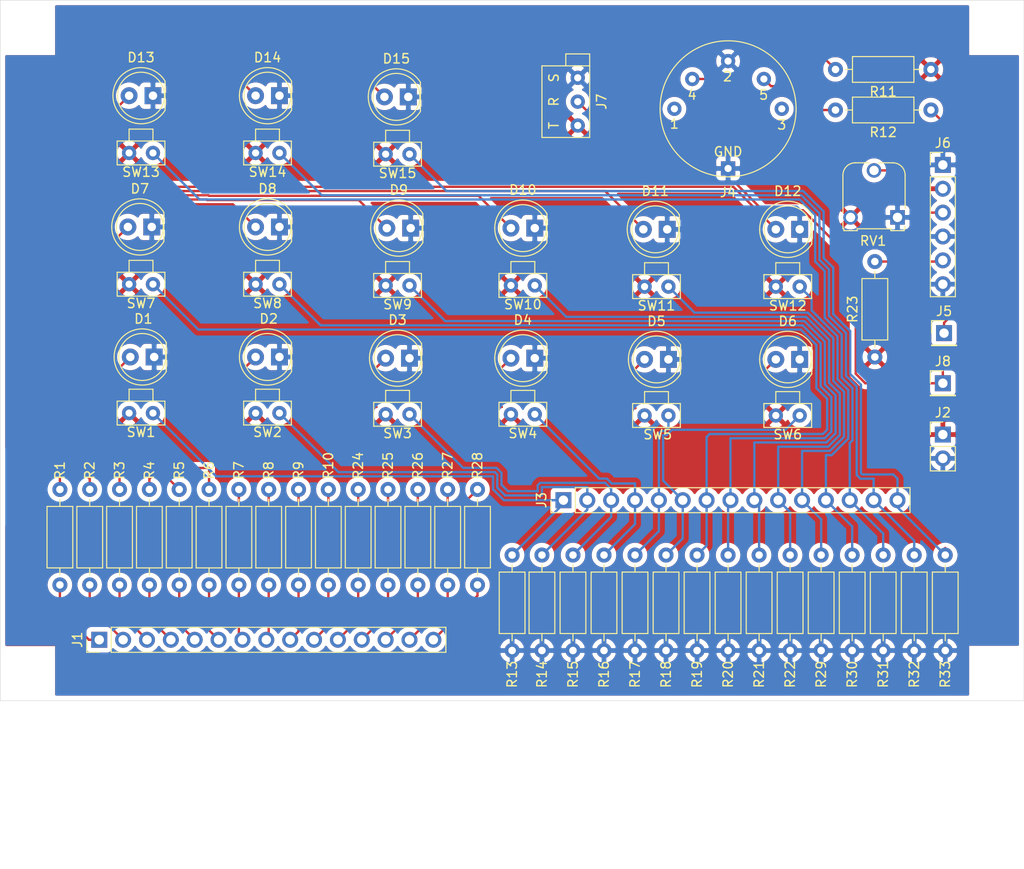
<source format=kicad_pcb>
(kicad_pcb (version 20171130) (host pcbnew "(5.1.4-0-10_14)")
  (layers (0 F.Cu signal) (31 B.Cu signal) (34 B.Paste user hide) (35 F.Paste user hide) (36 B.SilkS user) (37 F.SilkS user) (38 B.Mask user) (39 F.Mask user) (44 Edge.Cuts user))
  (net 0 "")
  (net 1 GND)
  (net 2 "Net-(D1-Pad2)")
  (net 3 "Net-(D2-Pad2)")
  (net 4 "Net-(D3-Pad2)")
  (net 5 "Net-(D4-Pad2)")
  (net 6 "Net-(D5-Pad2)")
  (net 7 "Net-(D6-Pad2)")
  (net 8 "Net-(D7-Pad2)")
  (net 9 "Net-(D8-Pad2)")
  (net 10 "Net-(D9-Pad2)")
  (net 11 "Net-(D10-Pad2)")
  (net 12 "Net-(D11-Pad2)")
  (net 13 "Net-(D12-Pad2)")
  (net 14 "Net-(D13-Pad2)")
  (net 15 "Net-(D14-Pad2)")
  (net 16 "Net-(D15-Pad2)")
  (net 17 /led_1)
  (net 18 /led_2)
  (net 19 /led_3)
  (net 20 /led_4)
  (net 21 /led_5)
  (net 22 /led_6)
  (net 23 /led_7)
  (net 24 /led_8)
  (net 25 /led_9)
  (net 26 /led_10)
  (net 27 /led_11)
  (net 28 /led_12)
  (net 29 /led_13)
  (net 30 /led_14)
  (net 31 /led_15)
  (net 32 VCC)
  (net 33 /sw_15)
  (net 34 /sw_14)
  (net 35 /sw_13)
  (net 36 /sw_12)
  (net 37 /sw_11)
  (net 38 /sw_10)
  (net 39 /sw_9)
  (net 40 /sw_8)
  (net 41 /sw_7)
  (net 42 /sw_6)
  (net 43 /sw_5)
  (net 44 /sw_4)
  (net 45 /sw_3)
  (net 46 /sw_2)
  (net 47 /sw_1)
  (net 48 "Net-(J4-Pad1)")
  (net 49 "Net-(J4-Pad4)")
  (net 50 "Net-(J4-Pad5)")
  (net 51 "Net-(J4-Pad3)")
  (net 52 "Net-(J5-Pad1)")
  (net 53 "Net-(J6-Pad3)")
  (net 54 "Net-(J6-Pad5)")
  (net 55 "Net-(J7-PadR)")
  (module "SPST Footswitch:spst_footswitch" (layer F.Cu) (at 54.483 28.575)
    (fp_text reference SW15 (at 0 2.032) (layer F.SilkS))
    (fp_text value "SPST Footswitch")
    (pad 1 thru_hole circle (at -1.27 0) (size 1.524 1.524) (drill 0.762) (layers *.Cu *.Mask) (net 32 VCC))
    (pad 2 thru_hole circle (at 1.27 0) (size 1.524 1.524) (drill 0.762) (layers *.Cu *.Mask) (net 33 /sw_15))
  )
  (module "SPST Footswitch:spst_footswitch" (layer F.Cu) (at 27.178 56.134)
    (fp_text reference SW1 (at 0 2.032) (layer F.SilkS))
    (fp_text value "SPST Footswitch")
    (pad 1 thru_hole circle (at -1.27 0) (size 1.524 1.524) (drill 0.762) (layers *.Cu *.Mask) (net 32 VCC))
    (pad 2 thru_hole circle (at 1.27 0) (size 1.524 1.524) (drill 0.762) (layers *.Cu *.Mask) (net 47 /sw_1))
  )
  (module "SPST Footswitch:spst_footswitch" (layer F.Cu) (at 40.64 56.134)
    (fp_text reference SW2 (at 0 2.032) (layer F.SilkS))
    (fp_text value "SPST Footswitch")
    (pad 1 thru_hole circle (at -1.27 0) (size 1.524 1.524) (drill 0.762) (layers *.Cu *.Mask) (net 32 VCC))
    (pad 2 thru_hole circle (at 1.27 0) (size 1.524 1.524) (drill 0.762) (layers *.Cu *.Mask) (net 46 /sw_2))
  )
  (module "SPST Footswitch:spst_footswitch" (layer F.Cu) (at 54.483 56.261)
    (fp_text reference SW3 (at 0 2.032) (layer F.SilkS))
    (fp_text value "SPST Footswitch")
    (pad 1 thru_hole circle (at -1.27 0) (size 1.524 1.524) (drill 0.762) (layers *.Cu *.Mask) (net 32 VCC))
    (pad 2 thru_hole circle (at 1.27 0) (size 1.524 1.524) (drill 0.762) (layers *.Cu *.Mask) (net 45 /sw_3))
  )
  (module "SPST Footswitch:spst_footswitch" (layer F.Cu) (at 67.818 56.261)
    (fp_text reference SW4 (at 0 2.032) (layer F.SilkS))
    (fp_text value "SPST Footswitch")
    (pad 1 thru_hole circle (at -1.27 0) (size 1.524 1.524) (drill 0.762) (layers *.Cu *.Mask) (net 32 VCC))
    (pad 2 thru_hole circle (at 1.27 0) (size 1.524 1.524) (drill 0.762) (layers *.Cu *.Mask) (net 44 /sw_4))
  )
  (module "SPST Footswitch:spst_footswitch" (layer F.Cu) (at 82.042 56.388)
    (fp_text reference SW5 (at 0.127 2.032) (layer F.SilkS))
    (fp_text value "SPST Footswitch")
    (pad 1 thru_hole circle (at -1.27 0) (size 1.524 1.524) (drill 0.762) (layers *.Cu *.Mask) (net 32 VCC))
    (pad 2 thru_hole circle (at 1.27 0) (size 1.524 1.524) (drill 0.762) (layers *.Cu *.Mask) (net 43 /sw_5))
  )
  (module "SPST Footswitch:spst_footswitch" (layer F.Cu) (at 96.012 56.388)
    (fp_text reference SW6 (at 0 2.032) (layer F.SilkS))
    (fp_text value "SPST Footswitch")
    (pad 1 thru_hole circle (at -1.27 0) (size 1.524 1.524) (drill 0.762) (layers *.Cu *.Mask) (net 32 VCC))
    (pad 2 thru_hole circle (at 1.27 0) (size 1.524 1.524) (drill 0.762) (layers *.Cu *.Mask) (net 42 /sw_6))
  )
  (module "SPST Footswitch:spst_footswitch" (layer F.Cu) (at 27.178 42.418)
    (fp_text reference SW7 (at 0 2.032) (layer F.SilkS))
    (fp_text value "SPST Footswitch")
    (pad 1 thru_hole circle (at -1.27 0) (size 1.524 1.524) (drill 0.762) (layers *.Cu *.Mask) (net 32 VCC))
    (pad 2 thru_hole circle (at 1.27 0) (size 1.524 1.524) (drill 0.762) (layers *.Cu *.Mask) (net 41 /sw_7))
  )
  (module "SPST Footswitch:spst_footswitch" (layer F.Cu) (at 40.64 42.418)
    (fp_text reference SW8 (at 0 2.032) (layer F.SilkS))
    (fp_text value "SPST Footswitch")
    (pad 1 thru_hole circle (at -1.27 0) (size 1.524 1.524) (drill 0.762) (layers *.Cu *.Mask) (net 32 VCC))
    (pad 2 thru_hole circle (at 1.27 0) (size 1.524 1.524) (drill 0.762) (layers *.Cu *.Mask) (net 40 /sw_8))
  )
  (module "SPST Footswitch:spst_footswitch" (layer F.Cu) (at 54.483 42.545)
    (fp_text reference SW9 (at 0 2.032) (layer F.SilkS))
    (fp_text value "SPST Footswitch")
    (pad 1 thru_hole circle (at -1.27 0) (size 1.524 1.524) (drill 0.762) (layers *.Cu *.Mask) (net 32 VCC))
    (pad 2 thru_hole circle (at 1.27 0) (size 1.524 1.524) (drill 0.762) (layers *.Cu *.Mask) (net 39 /sw_9))
  )
  (module "SPST Footswitch:spst_footswitch" (layer F.Cu) (at 67.818 42.545)
    (fp_text reference SW10 (at 0 2.032) (layer F.SilkS))
    (fp_text value "SPST Footswitch")
    (pad 1 thru_hole circle (at -1.27 0) (size 1.524 1.524) (drill 0.762) (layers *.Cu *.Mask) (net 32 VCC))
    (pad 2 thru_hole circle (at 1.27 0) (size 1.524 1.524) (drill 0.762) (layers *.Cu *.Mask) (net 38 /sw_10))
  )
  (module "SPST Footswitch:spst_footswitch" (layer F.Cu) (at 82.042 42.672)
    (fp_text reference SW11 (at 0 2.032) (layer F.SilkS))
    (fp_text value "SPST Footswitch")
    (pad 1 thru_hole circle (at -1.27 0) (size 1.524 1.524) (drill 0.762) (layers *.Cu *.Mask) (net 32 VCC))
    (pad 2 thru_hole circle (at 1.27 0) (size 1.524 1.524) (drill 0.762) (layers *.Cu *.Mask) (net 37 /sw_11))
  )
  (module "SPST Footswitch:spst_footswitch" (layer F.Cu) (at 96.012 42.672)
    (fp_text reference SW12 (at 0 2.032) (layer F.SilkS))
    (fp_text value "SPST Footswitch")
    (pad 1 thru_hole circle (at -1.27 0) (size 1.524 1.524) (drill 0.762) (layers *.Cu *.Mask) (net 32 VCC))
    (pad 2 thru_hole circle (at 1.27 0) (size 1.524 1.524) (drill 0.762) (layers *.Cu *.Mask) (net 36 /sw_12))
  )
  (module "SPST Footswitch:spst_footswitch" (layer F.Cu) (at 27.178 28.448)
    (fp_text reference SW13 (at 0 2.032) (layer F.SilkS))
    (fp_text value "SPST Footswitch")
    (pad 1 thru_hole circle (at -1.27 0) (size 1.524 1.524) (drill 0.762) (layers *.Cu *.Mask) (net 32 VCC))
    (pad 2 thru_hole circle (at 1.27 0) (size 1.524 1.524) (drill 0.762) (layers *.Cu *.Mask) (net 35 /sw_13))
  )
  (module "SPST Footswitch:spst_footswitch" (layer F.Cu) (at 40.64 28.448)
    (fp_text reference SW14 (at 0 2.032) (layer F.SilkS))
    (fp_text value "SPST Footswitch")
    (pad 1 thru_hole circle (at -1.27 0) (size 1.524 1.524) (drill 0.762) (layers *.Cu *.Mask) (net 32 VCC))
    (pad 2 thru_hole circle (at 1.27 0) (size 1.524 1.524) (drill 0.762) (layers *.Cu *.Mask) (net 34 /sw_14))
  )
  (module MountingHole:MountingHole_2.2mm_M2 (layer F.Cu) (at 118.237 83.82)
    (fp_text reference REF** hide)
    (fp_text value MountingHole_2.2mm_M2)
    (pad 1 np_thru_hole circle (at 0 0) (size 2.2 2.2) (drill 2.2) (layers *.Cu *.Mask))
  )
  (module MountingHole:MountingHole_2.2mm_M2 (layer F.Cu) (at 15.113 83.82)
    (fp_text reference REF** hide)
    (fp_text value MountingHole_2.2mm_M2)
    (pad 1 np_thru_hole circle (at 0 0) (size 2.2 2.2) (drill 2.2) (layers *.Cu *.Mask))
  )
  (module MountingHole:MountingHole_2.2mm_M2 (layer F.Cu) (at 15.113 15.113)
    (fp_text reference REF** hide)
    (fp_text value MountingHole_2.2mm_M2)
    (pad 1 np_thru_hole circle (at 0 0) (size 2.2 2.2) (drill 2.2) (layers *.Cu *.Mask))
  )
  (module MountingHole:MountingHole_2.2mm_M2 (layer F.Cu) (at 118.237 15.113)
    (fp_text reference REF** hide)
    (fp_text value MountingHole_2.2mm_M2)
    (pad 1 np_thru_hole circle (at 0 0) (size 2.2 2.2) (drill 2.2) (layers *.Cu *.Mask))
  )
  (module Potentiometer_THT:Potentiometer_Runtron_RM-065_Vertical (layer F.Cu) (at 107.696 35.306 180)
    (fp_text reference RV1 (at 2.6 -2.5 180) (layer F.SilkS))
    (fp_text value "10k Trimmer Pot")
    (pad 2 thru_hole circle (at 2.5 5 180) (size 1.55 1.55) (drill 1) (layers *.Cu *.Mask) (net 53 "Net-(J6-Pad3)"))
    (pad 1 thru_hole rect (at 0 0 180) (size 1.55 1.55) (drill 1) (layers *.Cu *.Mask) (net 1 GND))
    (pad 3 thru_hole circle (at 5 0 180) (size 1.55 1.55) (drill 1) (layers *.Cu *.Mask) (net 32 VCC))
  )
  (module "MIDI Jack:midi_jack" (layer F.Cu) (at 89.662 23.749)
    (fp_text reference J4 (at -0.0127 8.89) (layer F.SilkS))
    (fp_text value MIDI_Jack)
    (fp_text user 1 (at -5.715 1.6002) (layer F.SilkS))
    (fp_text user 4 (at -3.8354 -1.4732) (layer F.SilkS))
    (fp_text user 2 (at -0.0508 -3.429) (layer F.SilkS))
    (fp_text user 5 (at 3.7846 -1.4732) (layer F.SilkS))
    (fp_text user 3 (at 5.715 1.7018) (layer F.SilkS))
    (fp_text user GND (at 0 4.572 180) (layer F.SilkS))
    (pad 1 thru_hole circle (at -5.715 0) (size 1.524 1.524) (drill 0.762) (layers *.Cu *.Mask) (net 48 "Net-(J4-Pad1)"))
    (pad 4 thru_hole circle (at -3.81 -3.175) (size 1.524 1.524) (drill 0.762) (layers *.Cu *.Mask) (net 49 "Net-(J4-Pad4)"))
    (pad 2 thru_hole circle (at 0 -5.08) (size 1.524 1.524) (drill 0.762) (layers *.Cu *.Mask) (net 1 GND))
    (pad 5 thru_hole circle (at 3.81 -3.175 90) (size 1.524 1.524) (drill 0.762) (layers *.Cu *.Mask) (net 50 "Net-(J4-Pad5)"))
    (pad 3 thru_hole circle (at 5.715 0) (size 1.524 1.524) (drill 0.762) (layers *.Cu *.Mask) (net 51 "Net-(J4-Pad3)"))
    (pad 6 thru_hole rect (at 0 6.35) (size 1.524 1.524) (drill 0.762) (layers *.Cu *.Mask) (net 1 GND))
  )
  (module LED_THT:LED_D5.0mm (layer F.Cu) (at 28.575 50.165 180)
    (fp_text reference D1 (at 1.143 4.064) (layer F.SilkS))
    (fp_text value "Red LED")
    (pad 1 thru_hole rect (at 0 0 180) (size 1.8 1.8) (drill 0.9) (layers *.Cu *.Mask) (net 1 GND))
    (pad 2 thru_hole circle (at 2.54 0 180) (size 1.8 1.8) (drill 0.9) (layers *.Cu *.Mask) (net 2 "Net-(D1-Pad2)"))
  )
  (module LED_THT:LED_D5.0mm (layer F.Cu) (at 41.91 50.165 180)
    (fp_text reference D2 (at 1.143 4.064) (layer F.SilkS))
    (fp_text value "Red LED")
    (pad 1 thru_hole rect (at 0 0 180) (size 1.8 1.8) (drill 0.9) (layers *.Cu *.Mask) (net 1 GND))
    (pad 2 thru_hole circle (at 2.54 0 180) (size 1.8 1.8) (drill 0.9) (layers *.Cu *.Mask) (net 3 "Net-(D2-Pad2)"))
  )
  (module LED_THT:LED_D5.0mm (layer F.Cu) (at 55.753 50.292 180)
    (fp_text reference D3 (at 1.27 4.064) (layer F.SilkS))
    (fp_text value "Red LED")
    (pad 2 thru_hole circle (at 2.54 0 180) (size 1.8 1.8) (drill 0.9) (layers *.Cu *.Mask) (net 4 "Net-(D3-Pad2)"))
    (pad 1 thru_hole rect (at 0 0 180) (size 1.8 1.8) (drill 0.9) (layers *.Cu *.Mask) (net 1 GND))
  )
  (module LED_THT:LED_D5.0mm (layer F.Cu) (at 69.088 50.292 180)
    (fp_text reference D4 (at 1.27 4.064) (layer F.SilkS))
    (fp_text value "Red LED")
    (pad 1 thru_hole rect (at 0 0 180) (size 1.8 1.8) (drill 0.9) (layers *.Cu *.Mask) (net 1 GND))
    (pad 2 thru_hole circle (at 2.54 0 180) (size 1.8 1.8) (drill 0.9) (layers *.Cu *.Mask) (net 5 "Net-(D4-Pad2)"))
  )
  (module LED_THT:LED_D5.0mm (layer F.Cu) (at 83.312 50.419 180)
    (fp_text reference D5 (at 1.27 4.064) (layer F.SilkS))
    (fp_text value "Red LED")
    (pad 1 thru_hole rect (at 0 0 180) (size 1.8 1.8) (drill 0.9) (layers *.Cu *.Mask) (net 1 GND))
    (pad 2 thru_hole circle (at 2.54 0 180) (size 1.8 1.8) (drill 0.9) (layers *.Cu *.Mask) (net 6 "Net-(D5-Pad2)"))
  )
  (module LED_THT:LED_D5.0mm (layer F.Cu) (at 97.282 50.419 180)
    (fp_text reference D6 (at 1.27 4.064) (layer F.SilkS))
    (fp_text value "Red LED")
    (pad 2 thru_hole circle (at 2.54 0 180) (size 1.8 1.8) (drill 0.9) (layers *.Cu *.Mask) (net 7 "Net-(D6-Pad2)"))
    (pad 1 thru_hole rect (at 0 0 180) (size 1.8 1.8) (drill 0.9) (layers *.Cu *.Mask) (net 1 GND))
  )
  (module LED_THT:LED_D5.0mm (layer F.Cu) (at 28.321 36.322 180)
    (fp_text reference D7 (at 1.27 4.064) (layer F.SilkS))
    (fp_text value "Red LED")
    (pad 2 thru_hole circle (at 2.54 0 180) (size 1.8 1.8) (drill 0.9) (layers *.Cu *.Mask) (net 8 "Net-(D7-Pad2)"))
    (pad 1 thru_hole rect (at 0 0 180) (size 1.8 1.8) (drill 0.9) (layers *.Cu *.Mask) (net 1 GND))
  )
  (module LED_THT:LED_D5.0mm (layer F.Cu) (at 41.91 36.322 180)
    (fp_text reference D8 (at 1.27 4.064) (layer F.SilkS))
    (fp_text value "Red LED")
    (pad 2 thru_hole circle (at 2.54 0 180) (size 1.8 1.8) (drill 0.9) (layers *.Cu *.Mask) (net 9 "Net-(D8-Pad2)"))
    (pad 1 thru_hole rect (at 0 0 180) (size 1.8 1.8) (drill 0.9) (layers *.Cu *.Mask) (net 1 GND))
  )
  (module LED_THT:LED_D5.0mm (layer F.Cu) (at 55.88 36.449 180)
    (fp_text reference D9 (at 1.27 4.064) (layer F.SilkS))
    (fp_text value "Red LED")
    (pad 1 thru_hole rect (at 0 0 180) (size 1.8 1.8) (drill 0.9) (layers *.Cu *.Mask) (net 1 GND))
    (pad 2 thru_hole circle (at 2.54 0 180) (size 1.8 1.8) (drill 0.9) (layers *.Cu *.Mask) (net 10 "Net-(D9-Pad2)"))
  )
  (module LED_THT:LED_D5.0mm (layer F.Cu) (at 69.088 36.449 180)
    (fp_text reference D10 (at 1.27 4.064) (layer F.SilkS))
    (fp_text value "Red LED")
    (pad 2 thru_hole circle (at 2.54 0 180) (size 1.8 1.8) (drill 0.9) (layers *.Cu *.Mask) (net 11 "Net-(D10-Pad2)"))
    (pad 1 thru_hole rect (at 0 0 180) (size 1.8 1.8) (drill 0.9) (layers *.Cu *.Mask) (net 1 GND))
  )
  (module LED_THT:LED_D5.0mm (layer F.Cu) (at 83.185 36.576 180)
    (fp_text reference D11 (at 1.27 4.064) (layer F.SilkS))
    (fp_text value "Red LED")
    (pad 2 thru_hole circle (at 2.54 0 180) (size 1.8 1.8) (drill 0.9) (layers *.Cu *.Mask) (net 12 "Net-(D11-Pad2)"))
    (pad 1 thru_hole rect (at 0 0 180) (size 1.8 1.8) (drill 0.9) (layers *.Cu *.Mask) (net 1 GND))
  )
  (module LED_THT:LED_D5.0mm (layer F.Cu) (at 97.282 36.576 180)
    (fp_text reference D12 (at 1.27 4.064) (layer F.SilkS))
    (fp_text value "Red LED")
    (pad 1 thru_hole rect (at 0 0 180) (size 1.8 1.8) (drill 0.9) (layers *.Cu *.Mask) (net 1 GND))
    (pad 2 thru_hole circle (at 2.54 0 180) (size 1.8 1.8) (drill 0.9) (layers *.Cu *.Mask) (net 13 "Net-(D12-Pad2)"))
  )
  (module LED_THT:LED_D5.0mm (layer F.Cu) (at 28.448 22.352 180)
    (fp_text reference D13 (at 1.27 4.064) (layer F.SilkS))
    (fp_text value "Red LED")
    (pad 1 thru_hole rect (at 0 0 180) (size 1.8 1.8) (drill 0.9) (layers *.Cu *.Mask) (net 1 GND))
    (pad 2 thru_hole circle (at 2.54 0 180) (size 1.8 1.8) (drill 0.9) (layers *.Cu *.Mask) (net 14 "Net-(D13-Pad2)"))
  )
  (module LED_THT:LED_D5.0mm (layer F.Cu) (at 41.91 22.352 180)
    (fp_text reference D14 (at 1.27 4.064) (layer F.SilkS))
    (fp_text value "Red LED")
    (pad 1 thru_hole rect (at 0 0 180) (size 1.8 1.8) (drill 0.9) (layers *.Cu *.Mask) (net 1 GND))
    (pad 2 thru_hole circle (at 2.54 0 180) (size 1.8 1.8) (drill 0.9) (layers *.Cu *.Mask) (net 15 "Net-(D14-Pad2)"))
  )
  (module LED_THT:LED_D5.0mm (layer F.Cu) (at 55.626 22.479 180)
    (fp_text reference D15 (at 1.27 4.064) (layer F.SilkS))
    (fp_text value "Red LED")
    (pad 2 thru_hole circle (at 2.54 0 180) (size 1.8 1.8) (drill 0.9) (layers *.Cu *.Mask) (net 16 "Net-(D15-Pad2)"))
    (pad 1 thru_hole rect (at 0 0 180) (size 1.8 1.8) (drill 0.9) (layers *.Cu *.Mask) (net 1 GND))
  )
  (module Connector_PinHeader_2.54mm:PinHeader_1x15_P2.54mm_Vertical (layer F.Cu) (at 22.733 80.264 90)
    (fp_text reference J1 (at 0 -2.33 90) (layer F.SilkS))
    (fp_text value "From Arduino (Digital Outputs 22-31)")
    (pad 15 thru_hole oval (at 0 35.56 90) (size 1.7 1.7) (drill 1) (layers *.Cu *.Mask) (net 31 /led_15))
    (pad 14 thru_hole oval (at 0 33.02 90) (size 1.7 1.7) (drill 1) (layers *.Cu *.Mask) (net 30 /led_14))
    (pad 13 thru_hole oval (at 0 30.48 90) (size 1.7 1.7) (drill 1) (layers *.Cu *.Mask) (net 29 /led_13))
    (pad 12 thru_hole oval (at 0 27.94 90) (size 1.7 1.7) (drill 1) (layers *.Cu *.Mask) (net 28 /led_12))
    (pad 11 thru_hole oval (at 0 25.4 90) (size 1.7 1.7) (drill 1) (layers *.Cu *.Mask) (net 27 /led_11))
    (pad 10 thru_hole oval (at 0 22.86 90) (size 1.7 1.7) (drill 1) (layers *.Cu *.Mask) (net 26 /led_10))
    (pad 9 thru_hole oval (at 0 20.32 90) (size 1.7 1.7) (drill 1) (layers *.Cu *.Mask) (net 25 /led_9))
    (pad 8 thru_hole oval (at 0 17.78 90) (size 1.7 1.7) (drill 1) (layers *.Cu *.Mask) (net 24 /led_8))
    (pad 7 thru_hole oval (at 0 15.24 90) (size 1.7 1.7) (drill 1) (layers *.Cu *.Mask) (net 23 /led_7))
    (pad 6 thru_hole oval (at 0 12.7 90) (size 1.7 1.7) (drill 1) (layers *.Cu *.Mask) (net 22 /led_6))
    (pad 5 thru_hole oval (at 0 10.16 90) (size 1.7 1.7) (drill 1) (layers *.Cu *.Mask) (net 21 /led_5))
    (pad 4 thru_hole oval (at 0 7.62 90) (size 1.7 1.7) (drill 1) (layers *.Cu *.Mask) (net 20 /led_4))
    (pad 3 thru_hole oval (at 0 5.08 90) (size 1.7 1.7) (drill 1) (layers *.Cu *.Mask) (net 19 /led_3))
    (pad 2 thru_hole oval (at 0 2.54 90) (size 1.7 1.7) (drill 1) (layers *.Cu *.Mask) (net 18 /led_2))
    (pad 1 thru_hole rect (at 0 0 90) (size 1.7 1.7) (drill 1) (layers *.Cu *.Mask) (net 17 /led_1))
  )
  (module Connector_PinHeader_2.54mm:PinHeader_1x02_P2.54mm_Vertical (layer F.Cu) (at 112.522 58.42)
    (fp_text reference J2 (at 0 -2.33) (layer F.SilkS))
    (fp_text value "From Arduino (+5v, GND)")
    (pad 2 thru_hole oval (at 0 2.54) (size 1.7 1.7) (drill 1) (layers *.Cu *.Mask) (net 1 GND))
    (pad 1 thru_hole rect (at 0 0) (size 1.7 1.7) (drill 1) (layers *.Cu *.Mask) (net 32 VCC))
  )
  (module Connector_PinHeader_2.54mm:PinHeader_1x15_P2.54mm_Vertical (layer F.Cu) (at 72.136 65.405 90)
    (fp_text reference J3 (at 0 -2.33 90) (layer F.SilkS))
    (fp_text value "To Arduino (Digital Inputs 37-46)")
    (pad 1 thru_hole rect (at 0 0 90) (size 1.7 1.7) (drill 1) (layers *.Cu *.Mask) (net 47 /sw_1))
    (pad 2 thru_hole oval (at 0 2.54 90) (size 1.7 1.7) (drill 1) (layers *.Cu *.Mask) (net 46 /sw_2))
    (pad 3 thru_hole oval (at 0 5.08 90) (size 1.7 1.7) (drill 1) (layers *.Cu *.Mask) (net 45 /sw_3))
    (pad 4 thru_hole oval (at 0 7.62 90) (size 1.7 1.7) (drill 1) (layers *.Cu *.Mask) (net 44 /sw_4))
    (pad 5 thru_hole oval (at 0 10.16 90) (size 1.7 1.7) (drill 1) (layers *.Cu *.Mask) (net 43 /sw_5))
    (pad 6 thru_hole oval (at 0 12.7 90) (size 1.7 1.7) (drill 1) (layers *.Cu *.Mask) (net 42 /sw_6))
    (pad 7 thru_hole oval (at 0 15.24 90) (size 1.7 1.7) (drill 1) (layers *.Cu *.Mask) (net 41 /sw_7))
    (pad 8 thru_hole oval (at 0 17.78 90) (size 1.7 1.7) (drill 1) (layers *.Cu *.Mask) (net 40 /sw_8))
    (pad 9 thru_hole oval (at 0 20.32 90) (size 1.7 1.7) (drill 1) (layers *.Cu *.Mask) (net 39 /sw_9))
    (pad 10 thru_hole oval (at 0 22.86 90) (size 1.7 1.7) (drill 1) (layers *.Cu *.Mask) (net 38 /sw_10))
    (pad 11 thru_hole oval (at 0 25.4 90) (size 1.7 1.7) (drill 1) (layers *.Cu *.Mask) (net 37 /sw_11))
    (pad 12 thru_hole oval (at 0 27.94 90) (size 1.7 1.7) (drill 1) (layers *.Cu *.Mask) (net 36 /sw_12))
    (pad 13 thru_hole oval (at 0 30.48 90) (size 1.7 1.7) (drill 1) (layers *.Cu *.Mask) (net 35 /sw_13))
    (pad 14 thru_hole oval (at 0 33.02 90) (size 1.7 1.7) (drill 1) (layers *.Cu *.Mask) (net 34 /sw_14))
    (pad 15 thru_hole oval (at 0 35.56 90) (size 1.7 1.7) (drill 1) (layers *.Cu *.Mask) (net 33 /sw_15))
  )
  (module Connector_PinHeader_2.54mm:PinHeader_1x01_P2.54mm_Vertical (layer F.Cu) (at 112.649 47.625)
    (fp_text reference J5 (at 0 -2.33) (layer F.SilkS))
    (fp_text value "From Arduino (Tx)")
    (pad 1 thru_hole rect (at 0 0) (size 1.7 1.7) (drill 1) (layers *.Cu *.Mask) (net 52 "Net-(J5-Pad1)"))
  )
  (module Connector_PinHeader_2.54mm:PinHeader_1x06_P2.54mm_Vertical (layer F.Cu) (at 112.522 29.718)
    (fp_text reference J6 (at 0 -2.33) (layer F.SilkS))
    (fp_text value "To LCD")
    (pad 6 thru_hole oval (at 0 12.7) (size 1.7 1.7) (drill 1) (layers *.Cu *.Mask) (net 1 GND))
    (pad 5 thru_hole oval (at 0 10.16) (size 1.7 1.7) (drill 1) (layers *.Cu *.Mask) (net 54 "Net-(J6-Pad5)"))
    (pad 4 thru_hole oval (at 0 7.62) (size 1.7 1.7) (drill 1) (layers *.Cu *.Mask) (net 1 GND))
    (pad 3 thru_hole oval (at 0 5.08) (size 1.7 1.7) (drill 1) (layers *.Cu *.Mask) (net 53 "Net-(J6-Pad3)"))
    (pad 2 thru_hole oval (at 0 2.54) (size 1.7 1.7) (drill 1) (layers *.Cu *.Mask) (net 32 VCC))
    (pad 1 thru_hole rect (at 0 0) (size 1.7 1.7) (drill 1) (layers *.Cu *.Mask) (net 1 GND))
  )
  (module "TRS Jack:audio_jack_stereo_quarter_inch" (layer F.Cu) (at 73.66 22.987 90)
    (fp_text reference J7 (at 0 2.54 90) (layer F.SilkS))
    (fp_text value "Stereo 1/4\" Jack")
    (fp_text user S (at 2.54 -2.54 90) (layer F.SilkS))
    (fp_text user R (at 0 -2.54 90) (layer F.SilkS))
    (fp_text user T (at -2.54 -2.54 90) (layer F.SilkS))
    (pad S thru_hole circle (at 2.54 0 90) (size 1.524 1.524) (drill 0.762) (layers *.Cu *.Mask) (net 1 GND))
    (pad R thru_hole circle (at 0 0 90) (size 1.524 1.524) (drill 0.762) (layers *.Cu *.Mask) (net 55 "Net-(J7-PadR)"))
    (pad T thru_hole circle (at -2.54 0 90) (size 1.524 1.524) (drill 0.762) (layers *.Cu *.Mask) (net 32 VCC))
  )
  (module Connector_PinHeader_2.54mm:PinHeader_1x01_P2.54mm_Vertical (layer F.Cu) (at 112.522 52.959)
    (fp_text reference J8 (at 0 -2.33) (layer F.SilkS))
    (fp_text value "To Arduino (Analog 0)")
    (pad 1 thru_hole rect (at 0 0) (size 1.7 1.7) (drill 1) (layers *.Cu *.Mask) (net 55 "Net-(J7-PadR)"))
  )
  (module Resistor_THT:R_Axial_DIN0207_L6.3mm_D2.5mm_P10.16mm_Horizontal (layer F.Cu) (at 18.542 64.262 270)
    (fp_text reference R1 (at -2.032 0 90) (layer F.SilkS))
    (fp_text value 1k)
    (pad 1 thru_hole circle (at 0 0 270) (size 1.6 1.6) (drill 0.8) (layers *.Cu *.Mask) (net 2 "Net-(D1-Pad2)"))
    (pad 2 thru_hole oval (at 10.16 0 270) (size 1.6 1.6) (drill 0.8) (layers *.Cu *.Mask) (net 17 /led_1))
  )
  (module Resistor_THT:R_Axial_DIN0207_L6.3mm_D2.5mm_P10.16mm_Horizontal (layer F.Cu) (at 21.717 64.262 270)
    (fp_text reference R2 (at -2.032 0 90) (layer F.SilkS))
    (fp_text value 1k)
    (pad 2 thru_hole oval (at 10.16 0 270) (size 1.6 1.6) (drill 0.8) (layers *.Cu *.Mask) (net 18 /led_2))
    (pad 1 thru_hole circle (at 0 0 270) (size 1.6 1.6) (drill 0.8) (layers *.Cu *.Mask) (net 3 "Net-(D2-Pad2)"))
  )
  (module Resistor_THT:R_Axial_DIN0207_L6.3mm_D2.5mm_P10.16mm_Horizontal (layer F.Cu) (at 24.892 64.262 270)
    (fp_text reference R3 (at -2.032 0 90) (layer F.SilkS))
    (fp_text value 1k)
    (pad 1 thru_hole circle (at 0 0 270) (size 1.6 1.6) (drill 0.8) (layers *.Cu *.Mask) (net 4 "Net-(D3-Pad2)"))
    (pad 2 thru_hole oval (at 10.16 0 270) (size 1.6 1.6) (drill 0.8) (layers *.Cu *.Mask) (net 19 /led_3))
  )
  (module Resistor_THT:R_Axial_DIN0207_L6.3mm_D2.5mm_P10.16mm_Horizontal (layer F.Cu) (at 28.067 64.262 270)
    (fp_text reference R4 (at -2.032 0 90) (layer F.SilkS))
    (fp_text value 1k)
    (pad 2 thru_hole oval (at 10.16 0 270) (size 1.6 1.6) (drill 0.8) (layers *.Cu *.Mask) (net 20 /led_4))
    (pad 1 thru_hole circle (at 0 0 270) (size 1.6 1.6) (drill 0.8) (layers *.Cu *.Mask) (net 5 "Net-(D4-Pad2)"))
  )
  (module Resistor_THT:R_Axial_DIN0207_L6.3mm_D2.5mm_P10.16mm_Horizontal (layer F.Cu) (at 31.242 64.262 270)
    (fp_text reference R5 (at -2.032 0 90) (layer F.SilkS))
    (fp_text value 1k)
    (pad 1 thru_hole circle (at 0 0 270) (size 1.6 1.6) (drill 0.8) (layers *.Cu *.Mask) (net 6 "Net-(D5-Pad2)"))
    (pad 2 thru_hole oval (at 10.16 0 270) (size 1.6 1.6) (drill 0.8) (layers *.Cu *.Mask) (net 21 /led_5))
  )
  (module Resistor_THT:R_Axial_DIN0207_L6.3mm_D2.5mm_P10.16mm_Horizontal (layer F.Cu) (at 34.417 64.262 270)
    (fp_text reference R6 (at -2.032 0 90) (layer F.SilkS))
    (fp_text value 1k)
    (pad 2 thru_hole oval (at 10.16 0 270) (size 1.6 1.6) (drill 0.8) (layers *.Cu *.Mask) (net 22 /led_6))
    (pad 1 thru_hole circle (at 0 0 270) (size 1.6 1.6) (drill 0.8) (layers *.Cu *.Mask) (net 7 "Net-(D6-Pad2)"))
  )
  (module Resistor_THT:R_Axial_DIN0207_L6.3mm_D2.5mm_P10.16mm_Horizontal (layer F.Cu) (at 37.592 64.262 270)
    (fp_text reference R7 (at -2.032 0 90) (layer F.SilkS))
    (fp_text value 1k)
    (pad 1 thru_hole circle (at 0 0 270) (size 1.6 1.6) (drill 0.8) (layers *.Cu *.Mask) (net 8 "Net-(D7-Pad2)"))
    (pad 2 thru_hole oval (at 10.16 0 270) (size 1.6 1.6) (drill 0.8) (layers *.Cu *.Mask) (net 23 /led_7))
  )
  (module Resistor_THT:R_Axial_DIN0207_L6.3mm_D2.5mm_P10.16mm_Horizontal (layer F.Cu) (at 40.767 64.262 270)
    (fp_text reference R8 (at -2.032 0 90) (layer F.SilkS))
    (fp_text value 1k)
    (pad 2 thru_hole oval (at 10.16 0 270) (size 1.6 1.6) (drill 0.8) (layers *.Cu *.Mask) (net 24 /led_8))
    (pad 1 thru_hole circle (at 0 0 270) (size 1.6 1.6) (drill 0.8) (layers *.Cu *.Mask) (net 9 "Net-(D8-Pad2)"))
  )
  (module Resistor_THT:R_Axial_DIN0207_L6.3mm_D2.5mm_P10.16mm_Horizontal (layer F.Cu) (at 43.942 64.262 270)
    (fp_text reference R9 (at -2.032 0 90) (layer F.SilkS))
    (fp_text value 1k)
    (pad 1 thru_hole circle (at 0 0 270) (size 1.6 1.6) (drill 0.8) (layers *.Cu *.Mask) (net 10 "Net-(D9-Pad2)"))
    (pad 2 thru_hole oval (at 10.16 0 270) (size 1.6 1.6) (drill 0.8) (layers *.Cu *.Mask) (net 25 /led_9))
  )
  (module Resistor_THT:R_Axial_DIN0207_L6.3mm_D2.5mm_P10.16mm_Horizontal (layer F.Cu) (at 47.117 64.262 270)
    (fp_text reference R10 (at -2.54 0 90) (layer F.SilkS))
    (fp_text value 1k)
    (pad 2 thru_hole oval (at 10.16 0 270) (size 1.6 1.6) (drill 0.8) (layers *.Cu *.Mask) (net 26 /led_10))
    (pad 1 thru_hole circle (at 0 0 270) (size 1.6 1.6) (drill 0.8) (layers *.Cu *.Mask) (net 11 "Net-(D10-Pad2)"))
  )
  (module Resistor_THT:R_Axial_DIN0207_L6.3mm_D2.5mm_P10.16mm_Horizontal (layer F.Cu) (at 111.252 19.558 180)
    (fp_text reference R11 (at 5.08 -2.37) (layer F.SilkS))
    (fp_text value 220)
    (pad 1 thru_hole circle (at 0 0 180) (size 1.6 1.6) (drill 0.8) (layers *.Cu *.Mask) (net 32 VCC))
    (pad 2 thru_hole oval (at 10.16 0 180) (size 1.6 1.6) (drill 0.8) (layers *.Cu *.Mask) (net 49 "Net-(J4-Pad4)"))
  )
  (module Resistor_THT:R_Axial_DIN0207_L6.3mm_D2.5mm_P10.16mm_Horizontal (layer F.Cu) (at 111.252 23.876 180)
    (fp_text reference R12 (at 5.08 -2.37) (layer F.SilkS))
    (fp_text value 220)
    (pad 2 thru_hole oval (at 10.16 0 180) (size 1.6 1.6) (drill 0.8) (layers *.Cu *.Mask) (net 50 "Net-(J4-Pad5)"))
    (pad 1 thru_hole circle (at 0 0 180) (size 1.6 1.6) (drill 0.8) (layers *.Cu *.Mask) (net 52 "Net-(J5-Pad1)"))
  )
  (module Resistor_THT:R_Axial_DIN0207_L6.3mm_D2.5mm_P10.16mm_Horizontal (layer F.Cu) (at 66.675 71.247 270)
    (fp_text reference R13 (at 12.7 0 90) (layer F.SilkS))
    (fp_text value 10k)
    (pad 1 thru_hole circle (at 0 0 270) (size 1.6 1.6) (drill 0.8) (layers *.Cu *.Mask) (net 47 /sw_1))
    (pad 2 thru_hole oval (at 10.16 0 270) (size 1.6 1.6) (drill 0.8) (layers *.Cu *.Mask) (net 1 GND))
  )
  (module Resistor_THT:R_Axial_DIN0207_L6.3mm_D2.5mm_P10.16mm_Horizontal (layer F.Cu) (at 69.85 71.247 270)
    (fp_text reference R14 (at 12.7 0 90) (layer F.SilkS))
    (fp_text value 10k)
    (pad 1 thru_hole circle (at 0 0 270) (size 1.6 1.6) (drill 0.8) (layers *.Cu *.Mask) (net 46 /sw_2))
    (pad 2 thru_hole oval (at 10.16 0 270) (size 1.6 1.6) (drill 0.8) (layers *.Cu *.Mask) (net 1 GND))
  )
  (module Resistor_THT:R_Axial_DIN0207_L6.3mm_D2.5mm_P10.16mm_Horizontal (layer F.Cu) (at 73.152 71.247 270)
    (fp_text reference R15 (at 12.7 0 90) (layer F.SilkS))
    (fp_text value 10k)
    (pad 1 thru_hole circle (at 0 0 270) (size 1.6 1.6) (drill 0.8) (layers *.Cu *.Mask) (net 45 /sw_3))
    (pad 2 thru_hole oval (at 10.16 0 270) (size 1.6 1.6) (drill 0.8) (layers *.Cu *.Mask) (net 1 GND))
  )
  (module Resistor_THT:R_Axial_DIN0207_L6.3mm_D2.5mm_P10.16mm_Horizontal (layer F.Cu) (at 76.454 71.247 270)
    (fp_text reference R16 (at 12.7 0 90) (layer F.SilkS))
    (fp_text value 10k)
    (pad 1 thru_hole circle (at 0 0 270) (size 1.6 1.6) (drill 0.8) (layers *.Cu *.Mask) (net 44 /sw_4))
    (pad 2 thru_hole oval (at 10.16 0 270) (size 1.6 1.6) (drill 0.8) (layers *.Cu *.Mask) (net 1 GND))
  )
  (module Resistor_THT:R_Axial_DIN0207_L6.3mm_D2.5mm_P10.16mm_Horizontal (layer F.Cu) (at 79.756 71.247 270)
    (fp_text reference R17 (at 12.7 0 90) (layer F.SilkS))
    (fp_text value 10k)
    (pad 2 thru_hole oval (at 10.16 0 270) (size 1.6 1.6) (drill 0.8) (layers *.Cu *.Mask) (net 1 GND))
    (pad 1 thru_hole circle (at 0 0 270) (size 1.6 1.6) (drill 0.8) (layers *.Cu *.Mask) (net 43 /sw_5))
  )
  (module Resistor_THT:R_Axial_DIN0207_L6.3mm_D2.5mm_P10.16mm_Horizontal (layer F.Cu) (at 83.058 71.247 270)
    (fp_text reference R18 (at 12.7 0 90) (layer F.SilkS))
    (fp_text value 10k)
    (pad 2 thru_hole oval (at 10.16 0 270) (size 1.6 1.6) (drill 0.8) (layers *.Cu *.Mask) (net 1 GND))
    (pad 1 thru_hole circle (at 0 0 270) (size 1.6 1.6) (drill 0.8) (layers *.Cu *.Mask) (net 42 /sw_6))
  )
  (module Resistor_THT:R_Axial_DIN0207_L6.3mm_D2.5mm_P10.16mm_Horizontal (layer F.Cu) (at 86.36 71.247 270)
    (fp_text reference R19 (at 12.7 0 90) (layer F.SilkS))
    (fp_text value 10k)
    (pad 1 thru_hole circle (at 0 0 270) (size 1.6 1.6) (drill 0.8) (layers *.Cu *.Mask) (net 41 /sw_7))
    (pad 2 thru_hole oval (at 10.16 0 270) (size 1.6 1.6) (drill 0.8) (layers *.Cu *.Mask) (net 1 GND))
  )
  (module Resistor_THT:R_Axial_DIN0207_L6.3mm_D2.5mm_P10.16mm_Horizontal (layer F.Cu) (at 89.662 71.247 270)
    (fp_text reference R20 (at 12.7 0 90) (layer F.SilkS))
    (fp_text value 10k)
    (pad 2 thru_hole oval (at 10.16 0 270) (size 1.6 1.6) (drill 0.8) (layers *.Cu *.Mask) (net 1 GND))
    (pad 1 thru_hole circle (at 0 0 270) (size 1.6 1.6) (drill 0.8) (layers *.Cu *.Mask) (net 40 /sw_8))
  )
  (module Resistor_THT:R_Axial_DIN0207_L6.3mm_D2.5mm_P10.16mm_Horizontal (layer F.Cu) (at 92.964 71.247 270)
    (fp_text reference R21 (at 12.7 0 90) (layer F.SilkS))
    (fp_text value 10k)
    (pad 1 thru_hole circle (at 0 0 270) (size 1.6 1.6) (drill 0.8) (layers *.Cu *.Mask) (net 39 /sw_9))
    (pad 2 thru_hole oval (at 10.16 0 270) (size 1.6 1.6) (drill 0.8) (layers *.Cu *.Mask) (net 1 GND))
  )
  (module Resistor_THT:R_Axial_DIN0207_L6.3mm_D2.5mm_P10.16mm_Horizontal (layer F.Cu) (at 96.266 71.247 270)
    (fp_text reference R22 (at 12.7 0 90) (layer F.SilkS))
    (fp_text value 10k)
    (pad 2 thru_hole oval (at 10.16 0 270) (size 1.6 1.6) (drill 0.8) (layers *.Cu *.Mask) (net 1 GND))
    (pad 1 thru_hole circle (at 0 0 270) (size 1.6 1.6) (drill 0.8) (layers *.Cu *.Mask) (net 38 /sw_10))
  )
  (module Resistor_THT:R_Axial_DIN0207_L6.3mm_D2.5mm_P10.16mm_Horizontal (layer F.Cu) (at 105.283 50.165 90)
    (fp_text reference R23 (at 5.08 -2.37 90) (layer F.SilkS))
    (fp_text value 220)
    (pad 2 thru_hole oval (at 10.16 0 90) (size 1.6 1.6) (drill 0.8) (layers *.Cu *.Mask) (net 54 "Net-(J6-Pad5)"))
    (pad 1 thru_hole circle (at 0 0 90) (size 1.6 1.6) (drill 0.8) (layers *.Cu *.Mask) (net 32 VCC))
  )
  (module Resistor_THT:R_Axial_DIN0207_L6.3mm_D2.5mm_P10.16mm_Horizontal (layer F.Cu) (at 50.292 64.262 270)
    (fp_text reference R24 (at -2.54 0 90) (layer F.SilkS))
    (fp_text value 1k)
    (pad 1 thru_hole circle (at 0 0 270) (size 1.6 1.6) (drill 0.8) (layers *.Cu *.Mask) (net 12 "Net-(D11-Pad2)"))
    (pad 2 thru_hole oval (at 10.16 0 270) (size 1.6 1.6) (drill 0.8) (layers *.Cu *.Mask) (net 27 /led_11))
  )
  (module Resistor_THT:R_Axial_DIN0207_L6.3mm_D2.5mm_P10.16mm_Horizontal (layer F.Cu) (at 53.467 64.262 270)
    (fp_text reference R25 (at -2.54 0 90) (layer F.SilkS))
    (fp_text value 1k)
    (pad 1 thru_hole circle (at 0 0 270) (size 1.6 1.6) (drill 0.8) (layers *.Cu *.Mask) (net 13 "Net-(D12-Pad2)"))
    (pad 2 thru_hole oval (at 10.16 0 270) (size 1.6 1.6) (drill 0.8) (layers *.Cu *.Mask) (net 28 /led_12))
  )
  (module Resistor_THT:R_Axial_DIN0207_L6.3mm_D2.5mm_P10.16mm_Horizontal (layer F.Cu) (at 56.642 64.262 270)
    (fp_text reference R26 (at -2.54 0 90) (layer F.SilkS))
    (fp_text value 1k)
    (pad 1 thru_hole circle (at 0 0 270) (size 1.6 1.6) (drill 0.8) (layers *.Cu *.Mask) (net 14 "Net-(D13-Pad2)"))
    (pad 2 thru_hole oval (at 10.16 0 270) (size 1.6 1.6) (drill 0.8) (layers *.Cu *.Mask) (net 29 /led_13))
  )
  (module Resistor_THT:R_Axial_DIN0207_L6.3mm_D2.5mm_P10.16mm_Horizontal (layer F.Cu) (at 59.817 64.262 270)
    (fp_text reference R27 (at -2.54 0 90) (layer F.SilkS))
    (fp_text value 1k)
    (pad 2 thru_hole oval (at 10.16 0 270) (size 1.6 1.6) (drill 0.8) (layers *.Cu *.Mask) (net 30 /led_14))
    (pad 1 thru_hole circle (at 0 0 270) (size 1.6 1.6) (drill 0.8) (layers *.Cu *.Mask) (net 15 "Net-(D14-Pad2)"))
  )
  (module Resistor_THT:R_Axial_DIN0207_L6.3mm_D2.5mm_P10.16mm_Horizontal (layer F.Cu) (at 62.992 64.262 270)
    (fp_text reference R28 (at -2.54 0 90) (layer F.SilkS))
    (fp_text value 1k)
    (pad 2 thru_hole oval (at 10.16 0 270) (size 1.6 1.6) (drill 0.8) (layers *.Cu *.Mask) (net 31 /led_15))
    (pad 1 thru_hole circle (at 0 0 270) (size 1.6 1.6) (drill 0.8) (layers *.Cu *.Mask) (net 16 "Net-(D15-Pad2)"))
  )
  (module Resistor_THT:R_Axial_DIN0207_L6.3mm_D2.5mm_P10.16mm_Horizontal (layer F.Cu) (at 99.568 71.247 270)
    (fp_text reference R29 (at 12.7 0 90) (layer F.SilkS))
    (fp_text value 10k)
    (pad 2 thru_hole oval (at 10.16 0 270) (size 1.6 1.6) (drill 0.8) (layers *.Cu *.Mask) (net 1 GND))
    (pad 1 thru_hole circle (at 0 0 270) (size 1.6 1.6) (drill 0.8) (layers *.Cu *.Mask) (net 37 /sw_11))
  )
  (module Resistor_THT:R_Axial_DIN0207_L6.3mm_D2.5mm_P10.16mm_Horizontal (layer F.Cu) (at 102.87 71.247 270)
    (fp_text reference R30 (at 12.7 0 90) (layer F.SilkS))
    (fp_text value 10k)
    (pad 2 thru_hole oval (at 10.16 0 270) (size 1.6 1.6) (drill 0.8) (layers *.Cu *.Mask) (net 1 GND))
    (pad 1 thru_hole circle (at 0 0 270) (size 1.6 1.6) (drill 0.8) (layers *.Cu *.Mask) (net 36 /sw_12))
  )
  (module Resistor_THT:R_Axial_DIN0207_L6.3mm_D2.5mm_P10.16mm_Horizontal (layer F.Cu) (at 106.172 71.247 270)
    (fp_text reference R31 (at 12.7 0 90) (layer F.SilkS))
    (fp_text value 10k)
    (pad 2 thru_hole oval (at 10.16 0 270) (size 1.6 1.6) (drill 0.8) (layers *.Cu *.Mask) (net 1 GND))
    (pad 1 thru_hole circle (at 0 0 270) (size 1.6 1.6) (drill 0.8) (layers *.Cu *.Mask) (net 35 /sw_13))
  )
  (module Resistor_THT:R_Axial_DIN0207_L6.3mm_D2.5mm_P10.16mm_Horizontal (layer F.Cu) (at 109.474 71.247 270)
    (fp_text reference R32 (at 12.7 0 90) (layer F.SilkS))
    (fp_text value 10k)
    (pad 1 thru_hole circle (at 0 0 270) (size 1.6 1.6) (drill 0.8) (layers *.Cu *.Mask) (net 34 /sw_14))
    (pad 2 thru_hole oval (at 10.16 0 270) (size 1.6 1.6) (drill 0.8) (layers *.Cu *.Mask) (net 1 GND))
  )
  (module Resistor_THT:R_Axial_DIN0207_L6.3mm_D2.5mm_P10.16mm_Horizontal (layer F.Cu) (at 112.776 71.247 270)
    (fp_text reference R33 (at 12.7 0 90) (layer F.SilkS))
    (fp_text value 10k)
    (pad 2 thru_hole oval (at 10.16 0 270) (size 1.6 1.6) (drill 0.8) (layers *.Cu *.Mask) (net 1 GND))
    (pad 1 thru_hole circle (at 0 0 270) (size 1.6 1.6) (drill 0.8) (layers *.Cu *.Mask) (net 33 /sw_15))
  )
  (gr_line (start 12.192 86.741) (end 121.158 86.741) (layer Edge.Cuts) (width 0.05))
  (gr_line (start 12.192 12.192) (end 12.192 86.741) (layer Edge.Cuts) (width 0.05))
  (gr_line (start 121.158 12.192) (end 12.192 12.192) (layer Edge.Cuts) (width 0.05))
  (gr_line (start 121.158 86.741) (end 121.158 12.192) (layer Edge.Cuts) (width 0.05))
  (segment (start 18.542 64.262) (end 18.542 52.451) (width 0.25) (layer F.Cu) (net 2))
  (segment (start 23.749 52.451) (end 26.035 50.165) (width 0.25) (layer F.Cu) (net 2))
  (segment (start 18.542 52.451) (end 23.749 52.451) (width 0.25) (layer F.Cu) (net 2))
  (segment (start 21.717 63.13063) (end 18.99201 60.40564) (width 0.25) (layer F.Cu) (net 3))
  (segment (start 21.717 64.262) (end 21.717 63.13063) (width 0.25) (layer F.Cu) (net 3))
  (segment (start 18.99201 60.40564) (end 18.99201 52.90101) (width 0.25) (layer F.Cu) (net 3))
  (segment (start 18.99201 52.90101) (end 23.935401 52.901009) (width 0.25) (layer F.Cu) (net 3))
  (segment (start 36.633991 52.901009) (end 39.37 50.165) (width 0.25) (layer F.Cu) (net 3))
  (segment (start 23.935401 52.901009) (end 36.633991 52.901009) (width 0.25) (layer F.Cu) (net 3))
  (segment (start 24.892 64.262) (end 24.892 62.738) (width 0.25) (layer F.Cu) (net 4))
  (segment (start 24.892 62.738) (end 21.96078 62.738) (width 0.25) (layer F.Cu) (net 4))
  (segment (start 21.96078 62.738) (end 19.44202 60.21924) (width 0.25) (layer F.Cu) (net 4))
  (segment (start 19.44202 60.21924) (end 19.44202 53.351019) (width 0.25) (layer F.Cu) (net 4))
  (segment (start 50.153981 53.351019) (end 53.213 50.292) (width 0.25) (layer F.Cu) (net 4))
  (segment (start 19.44202 53.351019) (end 50.153981 53.351019) (width 0.25) (layer F.Cu) (net 4))
  (segment (start 28.067 63.13063) (end 28.194 63.00363) (width 0.25) (layer F.Cu) (net 5))
  (segment (start 28.067 64.262) (end 28.067 63.13063) (width 0.25) (layer F.Cu) (net 5))
  (segment (start 27.47836 62.28799) (end 22.14718 62.28799) (width 0.25) (layer F.Cu) (net 5))
  (segment (start 28.194 63.00363) (end 27.47836 62.28799) (width 0.25) (layer F.Cu) (net 5))
  (segment (start 22.14718 62.28799) (end 19.89203 60.03284) (width 0.25) (layer F.Cu) (net 5))
  (segment (start 19.89203 60.03284) (end 19.89203 53.801029) (width 0.25) (layer F.Cu) (net 5))
  (segment (start 63.038971 53.801029) (end 66.548 50.292) (width 0.25) (layer F.Cu) (net 5))
  (segment (start 19.89203 53.801029) (end 63.038971 53.801029) (width 0.25) (layer F.Cu) (net 5))
  (segment (start 76.939961 54.251039) (end 80.772 50.419) (width 0.25) (layer F.Cu) (net 6))
  (segment (start 20.34204 54.251039) (end 76.939961 54.251039) (width 0.25) (layer F.Cu) (net 6))
  (segment (start 20.34204 59.83904) (end 20.34204 54.251039) (width 0.25) (layer F.Cu) (net 6))
  (segment (start 28.81798 61.83798) (end 22.34098 61.83798) (width 0.25) (layer F.Cu) (net 6))
  (segment (start 22.34098 61.83798) (end 20.34204 59.83904) (width 0.25) (layer F.Cu) (net 6))
  (segment (start 31.242 64.262) (end 28.81798 61.83798) (width 0.25) (layer F.Cu) (net 6))
  (segment (start 90.459951 54.701049) (end 94.742 50.419) (width 0.25) (layer F.Cu) (net 7))
  (segment (start 20.79205 59.65264) (end 20.79205 54.701049) (width 0.25) (layer F.Cu) (net 7))
  (segment (start 28.95741 61.341) (end 22.48041 61.341) (width 0.25) (layer F.Cu) (net 7))
  (segment (start 22.48041 61.341) (end 20.79205 59.65264) (width 0.25) (layer F.Cu) (net 7))
  (segment (start 29.59241 61.976) (end 28.95741 61.341) (width 0.25) (layer F.Cu) (net 7))
  (segment (start 20.79205 54.701049) (end 90.459951 54.701049) (width 0.25) (layer F.Cu) (net 7))
  (segment (start 34.417 61.976) (end 29.59241 61.976) (width 0.25) (layer F.Cu) (net 7))
  (segment (start 34.417 64.262) (end 34.417 61.976) (width 0.25) (layer F.Cu) (net 7))
  (segment (start 23.241 52.00099) (end 23.241 38.862) (width 0.25) (layer F.Cu) (net 8))
  (segment (start 18.3556 52.00099) (end 23.241 52.00099) (width 0.25) (layer F.Cu) (net 8))
  (segment (start 18.09199 52.2646) (end 18.3556 52.00099) (width 0.25) (layer F.Cu) (net 8))
  (segment (start 17.018 61.849) (end 18.09199 60.77501) (width 0.25) (layer F.Cu) (net 8))
  (segment (start 23.241 38.862) (end 25.781 36.322) (width 0.25) (layer F.Cu) (net 8))
  (segment (start 18.09199 60.77501) (end 18.09199 52.2646) (width 0.25) (layer F.Cu) (net 8))
  (segment (start 17.018 66.167) (end 17.018 61.849) (width 0.25) (layer F.Cu) (net 8))
  (segment (start 37.592 66.167) (end 17.018 66.167) (width 0.25) (layer F.Cu) (net 8))
  (segment (start 37.592 64.262) (end 37.592 66.167) (width 0.25) (layer F.Cu) (net 8))
  (segment (start 22.79099 35.88301) (end 24.765 33.909) (width 0.25) (layer F.Cu) (net 9))
  (segment (start 16.8316 66.61701) (end 16.56799 66.3534) (width 0.25) (layer F.Cu) (net 9))
  (segment (start 22.79099 51.55098) (end 22.79099 35.88301) (width 0.25) (layer F.Cu) (net 9))
  (segment (start 18.1692 51.55098) (end 22.79099 51.55098) (width 0.25) (layer F.Cu) (net 9))
  (segment (start 16.567991 61.662599) (end 17.64198 60.58861) (width 0.25) (layer F.Cu) (net 9))
  (segment (start 17.64198 60.58861) (end 17.641981 52.078199) (width 0.25) (layer F.Cu) (net 9))
  (segment (start 16.56799 66.3534) (end 16.567991 61.662599) (width 0.25) (layer F.Cu) (net 9))
  (segment (start 17.641981 52.078199) (end 18.1692 51.55098) (width 0.25) (layer F.Cu) (net 9))
  (segment (start 40.31699 66.61701) (end 16.8316 66.61701) (width 0.25) (layer F.Cu) (net 9))
  (segment (start 36.957 33.909) (end 39.37 36.322) (width 0.25) (layer F.Cu) (net 9))
  (segment (start 24.765 33.909) (end 36.957 33.909) (width 0.25) (layer F.Cu) (net 9))
  (segment (start 40.767 66.167) (end 40.31699 66.61701) (width 0.25) (layer F.Cu) (net 9))
  (segment (start 40.767 64.262) (end 40.767 66.167) (width 0.25) (layer F.Cu) (net 9))
  (segment (start 50.34999 33.45899) (end 53.34 36.449) (width 0.25) (layer F.Cu) (net 10))
  (segment (start 34.163 33.401) (end 34.22099 33.45899) (width 0.25) (layer F.Cu) (net 10))
  (segment (start 24.63659 33.401) (end 34.163 33.401) (width 0.25) (layer F.Cu) (net 10))
  (segment (start 16.117982 61.476198) (end 17.191971 60.402209) (width 0.25) (layer F.Cu) (net 10))
  (segment (start 22.340981 35.696609) (end 24.63659 33.401) (width 0.25) (layer F.Cu) (net 10))
  (segment (start 22.34098 51.10097) (end 22.340981 35.696609) (width 0.25) (layer F.Cu) (net 10))
  (segment (start 17.9828 51.10097) (end 22.34098 51.10097) (width 0.25) (layer F.Cu) (net 10))
  (segment (start 16.117981 66.539799) (end 16.117982 61.476198) (width 0.25) (layer F.Cu) (net 10))
  (segment (start 17.191972 51.891798) (end 17.9828 51.10097) (width 0.25) (layer F.Cu) (net 10))
  (segment (start 17.191971 60.402209) (end 17.191972 51.891798) (width 0.25) (layer F.Cu) (net 10))
  (segment (start 34.22099 33.45899) (end 50.34999 33.45899) (width 0.25) (layer F.Cu) (net 10))
  (segment (start 16.645199 67.067019) (end 16.117981 66.539799) (width 0.25) (layer F.Cu) (net 10))
  (segment (start 43.54998 67.06702) (end 16.645199 67.067019) (width 0.25) (layer F.Cu) (net 10))
  (segment (start 43.942 66.675) (end 43.54998 67.06702) (width 0.25) (layer F.Cu) (net 10))
  (segment (start 43.942 64.262) (end 43.942 66.675) (width 0.25) (layer F.Cu) (net 10))
  (segment (start 24.450189 32.950991) (end 34.3494 32.95099) (width 0.25) (layer F.Cu) (net 11))
  (segment (start 21.890972 35.510208) (end 24.450189 32.950991) (width 0.25) (layer F.Cu) (net 11))
  (segment (start 21.890971 50.65096) (end 21.890972 35.510208) (width 0.25) (layer F.Cu) (net 11))
  (segment (start 34.40739 33.00898) (end 63.10798 33.00898) (width 0.25) (layer F.Cu) (net 11))
  (segment (start 17.7964 50.65096) (end 21.890971 50.65096) (width 0.25) (layer F.Cu) (net 11))
  (segment (start 43.736379 67.517029) (end 16.458798 67.517027) (width 0.25) (layer F.Cu) (net 11))
  (segment (start 16.741962 60.215808) (end 16.741963 51.705397) (width 0.25) (layer F.Cu) (net 11))
  (segment (start 63.10798 33.00898) (end 65.648001 35.549001) (width 0.25) (layer F.Cu) (net 11))
  (segment (start 47.117 67.183) (end 44.07041 67.183) (width 0.25) (layer F.Cu) (net 11))
  (segment (start 47.117 64.262) (end 47.117 67.183) (width 0.25) (layer F.Cu) (net 11))
  (segment (start 16.458798 67.517027) (end 15.667972 66.726198) (width 0.25) (layer F.Cu) (net 11))
  (segment (start 65.648001 35.549001) (end 66.548 36.449) (width 0.25) (layer F.Cu) (net 11))
  (segment (start 16.741963 51.705397) (end 17.7964 50.65096) (width 0.25) (layer F.Cu) (net 11))
  (segment (start 15.667973 61.289797) (end 16.741962 60.215808) (width 0.25) (layer F.Cu) (net 11))
  (segment (start 15.667972 66.726198) (end 15.667973 61.289797) (width 0.25) (layer F.Cu) (net 11))
  (segment (start 34.3494 32.95099) (end 34.40739 33.00898) (width 0.25) (layer F.Cu) (net 11))
  (segment (start 44.07041 67.183) (end 43.736379 67.517029) (width 0.25) (layer F.Cu) (net 11))
  (segment (start 50.292 64.262) (end 50.292 67.437) (width 0.25) (layer F.Cu) (net 12))
  (segment (start 50.09599 67.63301) (end 47.3034 67.63301) (width 0.25) (layer F.Cu) (net 12))
  (segment (start 50.292 67.437) (end 50.09599 67.63301) (width 0.25) (layer F.Cu) (net 12))
  (segment (start 43.922778 67.967039) (end 43.549977 67.967038) (width 0.25) (layer F.Cu) (net 12))
  (segment (start 44.25681 67.63301) (end 43.922778 67.967039) (width 0.25) (layer F.Cu) (net 12))
  (segment (start 47.3034 67.63301) (end 44.25681 67.63301) (width 0.25) (layer F.Cu) (net 12))
  (segment (start 43.549977 67.967038) (end 42.545 67.967038) (width 0.25) (layer F.Cu) (net 12))
  (segment (start 16.272397 67.967035) (end 15.217963 66.912597) (width 0.25) (layer F.Cu) (net 12))
  (segment (start 42.545 67.967038) (end 16.272397 67.967035) (width 0.25) (layer F.Cu) (net 12))
  (segment (start 15.217964 61.103396) (end 16.291953 60.029407) (width 0.25) (layer F.Cu) (net 12))
  (segment (start 15.217963 66.912597) (end 15.217964 61.103396) (width 0.25) (layer F.Cu) (net 12))
  (segment (start 16.291954 51.518996) (end 17.64595 50.165) (width 0.25) (layer F.Cu) (net 12))
  (segment (start 16.291953 60.029407) (end 16.291954 51.518996) (width 0.25) (layer F.Cu) (net 12))
  (segment (start 21.209 50.165) (end 21.24495 50.20095) (width 0.25) (layer F.Cu) (net 12))
  (segment (start 17.64595 50.165) (end 21.209 50.165) (width 0.25) (layer F.Cu) (net 12))
  (segment (start 76.569982 32.500982) (end 80.645 36.576) (width 0.25) (layer F.Cu) (net 12))
  (segment (start 24.26379 32.500982) (end 76.569982 32.500982) (width 0.25) (layer F.Cu) (net 12))
  (segment (start 21.440963 35.323807) (end 24.26379 32.500982) (width 0.25) (layer F.Cu) (net 12))
  (segment (start 21.440962 50.165) (end 21.440963 35.323807) (width 0.25) (layer F.Cu) (net 12))
  (segment (start 21.209 50.165) (end 21.440962 50.165) (width 0.25) (layer F.Cu) (net 12))
  (segment (start 20.990954 35.137406) (end 24.07739 32.050972) (width 0.25) (layer F.Cu) (net 13))
  (segment (start 20.990953 49.71499) (end 20.990954 35.137406) (width 0.25) (layer F.Cu) (net 13))
  (segment (start 17.45955 49.71499) (end 20.990953 49.71499) (width 0.25) (layer F.Cu) (net 13))
  (segment (start 15.841945 51.332595) (end 17.45955 49.71499) (width 0.25) (layer F.Cu) (net 13))
  (segment (start 44.109176 68.417049) (end 43.736377 68.417048) (width 0.25) (layer F.Cu) (net 13))
  (segment (start 15.841944 59.843006) (end 15.841945 51.332595) (width 0.25) (layer F.Cu) (net 13))
  (segment (start 14.767955 60.916995) (end 15.841944 59.843006) (width 0.25) (layer F.Cu) (net 13))
  (segment (start 90.216972 32.050972) (end 94.742 36.576) (width 0.25) (layer F.Cu) (net 13))
  (segment (start 52.56698 68.08302) (end 44.443208 68.08302) (width 0.25) (layer F.Cu) (net 13))
  (segment (start 14.767954 67.098996) (end 14.767955 60.916995) (width 0.25) (layer F.Cu) (net 13))
  (segment (start 16.085996 68.417043) (end 14.767954 67.098996) (width 0.25) (layer F.Cu) (net 13))
  (segment (start 53.467 64.262) (end 53.467 67.183) (width 0.25) (layer F.Cu) (net 13))
  (segment (start 16.086002 68.417048) (end 16.085996 68.417043) (width 0.25) (layer F.Cu) (net 13))
  (segment (start 43.736377 68.417048) (end 16.086002 68.417048) (width 0.25) (layer F.Cu) (net 13))
  (segment (start 53.467 67.183) (end 52.56698 68.08302) (width 0.25) (layer F.Cu) (net 13))
  (segment (start 24.07739 32.050972) (end 90.216972 32.050972) (width 0.25) (layer F.Cu) (net 13))
  (segment (start 44.443208 68.08302) (end 44.109176 68.417049) (width 0.25) (layer F.Cu) (net 13))
  (segment (start 23.241 32.250951) (end 23.241 25.019) (width 0.25) (layer F.Cu) (net 14))
  (segment (start 20.540945 34.951005) (end 23.241 32.250951) (width 0.25) (layer F.Cu) (net 14))
  (segment (start 20.540944 49.26498) (end 20.540945 34.951005) (width 0.25) (layer F.Cu) (net 14))
  (segment (start 17.27315 49.26498) (end 20.540944 49.26498) (width 0.25) (layer F.Cu) (net 14))
  (segment (start 15.391936 51.146194) (end 17.27315 49.26498) (width 0.25) (layer F.Cu) (net 14))
  (segment (start 15.391935 59.656605) (end 15.391936 51.146194) (width 0.25) (layer F.Cu) (net 14))
  (segment (start 14.317945 67.285395) (end 14.317946 60.730594) (width 0.25) (layer F.Cu) (net 14))
  (segment (start 15.899602 68.867058) (end 15.899595 68.867051) (width 0.25) (layer F.Cu) (net 14))
  (segment (start 23.241 25.019) (end 25.908 22.352) (width 0.25) (layer F.Cu) (net 14))
  (segment (start 42.324058 68.867058) (end 15.899602 68.867058) (width 0.25) (layer F.Cu) (net 14))
  (segment (start 44.295574 68.867059) (end 42.324058 68.867058) (width 0.25) (layer F.Cu) (net 14))
  (segment (start 56.642 64.262) (end 56.642 68.199) (width 0.25) (layer F.Cu) (net 14))
  (segment (start 52.75338 68.53303) (end 44.629606 68.53303) (width 0.25) (layer F.Cu) (net 14))
  (segment (start 14.317946 60.730594) (end 15.391935 59.656605) (width 0.25) (layer F.Cu) (net 14))
  (segment (start 53.08741 68.199) (end 52.75338 68.53303) (width 0.25) (layer F.Cu) (net 14))
  (segment (start 15.899595 68.867051) (end 14.317945 67.285395) (width 0.25) (layer F.Cu) (net 14))
  (segment (start 56.642 68.199) (end 53.08741 68.199) (width 0.25) (layer F.Cu) (net 14))
  (segment (start 44.629606 68.53303) (end 44.295574 68.867059) (width 0.25) (layer F.Cu) (net 14))
  (segment (start 36.576 19.558) (end 39.37 22.352) (width 0.25) (layer F.Cu) (net 15))
  (segment (start 25.019 19.558) (end 36.576 19.558) (width 0.25) (layer F.Cu) (net 15))
  (segment (start 22.79099 32.064551) (end 22.790991 21.786009) (width 0.25) (layer F.Cu) (net 15))
  (segment (start 20.090935 48.81497) (end 20.090936 34.764604) (width 0.25) (layer F.Cu) (net 15))
  (segment (start 22.790991 21.786009) (end 25.019 19.558) (width 0.25) (layer F.Cu) (net 15))
  (segment (start 14.941927 50.959793) (end 17.08675 48.81497) (width 0.25) (layer F.Cu) (net 15))
  (segment (start 13.867936 67.471795) (end 13.867937 60.544193) (width 0.25) (layer F.Cu) (net 15))
  (segment (start 20.090936 34.764604) (end 22.79099 32.064551) (width 0.25) (layer F.Cu) (net 15))
  (segment (start 15.713207 69.317068) (end 13.867936 67.471795) (width 0.25) (layer F.Cu) (net 15))
  (segment (start 17.08675 48.81497) (end 20.090935 48.81497) (width 0.25) (layer F.Cu) (net 15))
  (segment (start 13.867937 60.544193) (end 14.941926 59.470204) (width 0.25) (layer F.Cu) (net 15))
  (segment (start 56.160342 69.317068) (end 15.713207 69.317068) (width 0.25) (layer F.Cu) (net 15))
  (segment (start 59.817 65.66041) (end 56.160342 69.317068) (width 0.25) (layer F.Cu) (net 15))
  (segment (start 14.941926 59.470204) (end 14.941927 50.959793) (width 0.25) (layer F.Cu) (net 15))
  (segment (start 59.817 64.262) (end 59.817 65.66041) (width 0.25) (layer F.Cu) (net 15))
  (segment (start 24.8326 19.10799) (end 49.71499 19.10799) (width 0.25) (layer F.Cu) (net 16))
  (segment (start 22.21513 32.004) (end 22.340981 31.878149) (width 0.25) (layer F.Cu) (net 16))
  (segment (start 22.340982 21.599608) (end 24.8326 19.10799) (width 0.25) (layer F.Cu) (net 16))
  (segment (start 22.098 32.004) (end 22.21513 32.004) (width 0.25) (layer F.Cu) (net 16))
  (segment (start 13.417927 67.658194) (end 13.417928 60.357792) (width 0.25) (layer F.Cu) (net 16))
  (segment (start 19.640926 48.36496) (end 19.640926 34.461074) (width 0.25) (layer F.Cu) (net 16))
  (segment (start 16.90035 48.36496) (end 19.640926 48.36496) (width 0.25) (layer F.Cu) (net 16))
  (segment (start 22.340981 31.878149) (end 22.340982 21.599608) (width 0.25) (layer F.Cu) (net 16))
  (segment (start 14.491917 59.283803) (end 14.491918 50.773392) (width 0.25) (layer F.Cu) (net 16))
  (segment (start 13.417928 60.357792) (end 14.491917 59.283803) (width 0.25) (layer F.Cu) (net 16))
  (segment (start 15.526806 69.767076) (end 13.417927 67.658194) (width 0.25) (layer F.Cu) (net 16))
  (segment (start 15.526807 69.767078) (end 15.526806 69.767076) (width 0.25) (layer F.Cu) (net 16))
  (segment (start 14.491918 50.773392) (end 16.90035 48.36496) (width 0.25) (layer F.Cu) (net 16))
  (segment (start 57.486922 69.767078) (end 15.526807 69.767078) (width 0.25) (layer F.Cu) (net 16))
  (segment (start 49.71499 19.10799) (end 53.086 22.479) (width 0.25) (layer F.Cu) (net 16))
  (segment (start 19.640926 34.461074) (end 22.098 32.004) (width 0.25) (layer F.Cu) (net 16))
  (segment (start 62.992 64.262) (end 57.486922 69.767078) (width 0.25) (layer F.Cu) (net 16))
  (segment (start 21.633 80.264) (end 22.733 80.264) (width 0.25) (layer F.Cu) (net 17))
  (segment (start 18.542 77.173) (end 21.633 80.264) (width 0.25) (layer F.Cu) (net 17))
  (segment (start 18.542 74.422) (end 18.542 77.173) (width 0.25) (layer F.Cu) (net 17))
  (segment (start 21.717 76.708) (end 25.273 80.264) (width 0.25) (layer F.Cu) (net 18))
  (segment (start 21.717 74.422) (end 21.717 76.708) (width 0.25) (layer F.Cu) (net 18))
  (segment (start 24.892 77.343) (end 27.813 80.264) (width 0.25) (layer F.Cu) (net 19))
  (segment (start 24.892 74.422) (end 24.892 77.343) (width 0.25) (layer F.Cu) (net 19))
  (segment (start 28.067 77.978) (end 30.353 80.264) (width 0.25) (layer F.Cu) (net 20))
  (segment (start 28.067 74.422) (end 28.067 77.978) (width 0.25) (layer F.Cu) (net 20))
  (segment (start 31.242 78.613) (end 32.893 80.264) (width 0.25) (layer F.Cu) (net 21))
  (segment (start 31.242 74.422) (end 31.242 78.613) (width 0.25) (layer F.Cu) (net 21))
  (segment (start 34.417 79.248) (end 35.433 80.264) (width 0.25) (layer F.Cu) (net 22))
  (segment (start 34.417 74.422) (end 34.417 79.248) (width 0.25) (layer F.Cu) (net 22))
  (segment (start 37.592 79.883) (end 37.973 80.264) (width 0.25) (layer F.Cu) (net 23))
  (segment (start 37.592 74.422) (end 37.592 79.883) (width 0.25) (layer F.Cu) (net 23))
  (segment (start 40.767 80.01) (end 40.513 80.264) (width 0.25) (layer F.Cu) (net 24))
  (segment (start 40.767 74.422) (end 40.767 80.01) (width 0.25) (layer F.Cu) (net 24))
  (segment (start 43.942 79.375) (end 43.053 80.264) (width 0.25) (layer F.Cu) (net 25))
  (segment (start 43.942 74.422) (end 43.942 79.375) (width 0.25) (layer F.Cu) (net 25))
  (segment (start 47.117 78.74) (end 45.593 80.264) (width 0.25) (layer F.Cu) (net 26))
  (segment (start 47.117 74.422) (end 47.117 78.74) (width 0.25) (layer F.Cu) (net 26))
  (segment (start 50.292 78.105) (end 48.133 80.264) (width 0.25) (layer F.Cu) (net 27))
  (segment (start 50.292 74.422) (end 50.292 78.105) (width 0.25) (layer F.Cu) (net 27))
  (segment (start 53.467 77.47) (end 50.673 80.264) (width 0.25) (layer F.Cu) (net 28))
  (segment (start 53.467 74.422) (end 53.467 77.47) (width 0.25) (layer F.Cu) (net 28))
  (segment (start 56.642 76.835) (end 53.213 80.264) (width 0.25) (layer F.Cu) (net 29))
  (segment (start 56.642 74.422) (end 56.642 76.835) (width 0.25) (layer F.Cu) (net 29))
  (segment (start 59.817 76.2) (end 59.817 74.422) (width 0.25) (layer F.Cu) (net 30))
  (segment (start 55.753 80.264) (end 59.817 76.2) (width 0.25) (layer F.Cu) (net 30))
  (segment (start 62.992 75.565) (end 62.992 74.422) (width 0.25) (layer F.Cu) (net 31))
  (segment (start 58.293 80.264) (end 62.992 75.565) (width 0.25) (layer F.Cu) (net 31))
  (segment (start 112.776 70.485) (end 112.776 71.247) (width 0.25) (layer F.Cu) (net 33))
  (segment (start 107.696 66.167) (end 107.696 65.405) (width 0.25) (layer B.Cu) (net 33))
  (segment (start 112.776 71.247) (end 107.696 66.167) (width 0.25) (layer B.Cu) (net 33))
  (segment (start 59.67898 32.50098) (end 55.753 28.575) (width 0.25) (layer B.Cu) (net 33))
  (segment (start 99.833019 34.679199) (end 97.6548 32.50098) (width 0.25) (layer B.Cu) (net 33))
  (segment (start 102.660072 47.403792) (end 100.849018 45.592738) (width 0.25) (layer B.Cu) (net 33))
  (segment (start 99.83302 39.6322) (end 99.833019 34.679199) (width 0.25) (layer B.Cu) (net 33))
  (segment (start 100.849018 40.648198) (end 99.83302 39.6322) (width 0.25) (layer B.Cu) (net 33))
  (segment (start 107.696 65.405) (end 107.696 63.119) (width 0.25) (layer B.Cu) (net 33))
  (segment (start 102.660073 51.975793) (end 102.660072 47.403792) (width 0.25) (layer B.Cu) (net 33))
  (segment (start 97.6548 32.50098) (end 59.67898 32.50098) (width 0.25) (layer B.Cu) (net 33))
  (segment (start 103.803072 53.118792) (end 102.660073 51.975793) (width 0.25) (layer B.Cu) (net 33))
  (segment (start 103.803072 62.526662) (end 103.803072 53.118792) (width 0.25) (layer B.Cu) (net 33))
  (segment (start 103.9454 62.66899) (end 103.803072 62.526662) (width 0.25) (layer B.Cu) (net 33))
  (segment (start 107.24599 62.66899) (end 103.9454 62.66899) (width 0.25) (layer B.Cu) (net 33))
  (segment (start 100.849018 45.592738) (end 100.849018 40.648198) (width 0.25) (layer B.Cu) (net 33))
  (segment (start 107.696 63.119) (end 107.24599 62.66899) (width 0.25) (layer B.Cu) (net 33))
  (segment (start 109.474 69.723) (end 105.156 65.405) (width 0.25) (layer B.Cu) (net 34))
  (segment (start 109.474 71.247) (end 109.474 69.723) (width 0.25) (layer B.Cu) (net 34))
  (segment (start 97.4684 32.95099) (end 46.41299 32.95099) (width 0.25) (layer B.Cu) (net 34))
  (segment (start 46.41299 32.95099) (end 41.91 28.448) (width 0.25) (layer B.Cu) (net 34))
  (segment (start 103.353064 62.713064) (end 103.353063 53.305193) (width 0.25) (layer B.Cu) (net 34))
  (segment (start 103.759 63.119) (end 103.353064 62.713064) (width 0.25) (layer B.Cu) (net 34))
  (segment (start 100.399009 40.834599) (end 99.38301 39.8186) (width 0.25) (layer B.Cu) (net 34))
  (segment (start 99.38301 34.8656) (end 97.4684 32.95099) (width 0.25) (layer B.Cu) (net 34))
  (segment (start 99.38301 39.8186) (end 99.38301 34.8656) (width 0.25) (layer B.Cu) (net 34))
  (segment (start 100.39901 45.77914) (end 100.399009 40.834599) (width 0.25) (layer B.Cu) (net 34))
  (segment (start 102.210063 52.162193) (end 102.210063 47.590193) (width 0.25) (layer B.Cu) (net 34))
  (segment (start 105.156 65.405) (end 105.156 63.119) (width 0.25) (layer B.Cu) (net 34))
  (segment (start 103.353063 53.305193) (end 102.210063 52.162193) (width 0.25) (layer B.Cu) (net 34))
  (segment (start 102.210063 47.590193) (end 100.39901 45.77914) (width 0.25) (layer B.Cu) (net 34))
  (segment (start 105.156 63.119) (end 103.759 63.119) (width 0.25) (layer B.Cu) (net 34))
  (segment (start 106.172 68.961) (end 102.616 65.405) (width 0.25) (layer B.Cu) (net 35))
  (segment (start 106.172 71.247) (end 106.172 68.961) (width 0.25) (layer B.Cu) (net 35))
  (segment (start 33.401 33.401) (end 28.448 28.448) (width 0.25) (layer B.Cu) (net 35))
  (segment (start 97.282 33.401) (end 33.401 33.401) (width 0.25) (layer B.Cu) (net 35))
  (segment (start 101.760055 52.348595) (end 101.760054 47.776594) (width 0.25) (layer B.Cu) (net 35))
  (segment (start 98.933 35.052) (end 97.282 33.401) (width 0.25) (layer B.Cu) (net 35))
  (segment (start 98.933 40.005) (end 98.933 35.052) (width 0.25) (layer B.Cu) (net 35))
  (segment (start 102.903054 58.419999) (end 102.903054 53.491594) (width 0.25) (layer B.Cu) (net 35))
  (segment (start 99.949 45.96554) (end 99.949 41.021) (width 0.25) (layer B.Cu) (net 35))
  (segment (start 99.949 41.021) (end 98.933 40.005) (width 0.25) (layer B.Cu) (net 35))
  (segment (start 102.903054 53.491594) (end 101.760055 52.348595) (width 0.25) (layer B.Cu) (net 35))
  (segment (start 102.903055 59.030395) (end 102.903054 58.419999) (width 0.25) (layer B.Cu) (net 35))
  (segment (start 102.616 59.317451) (end 102.903055 59.030395) (width 0.25) (layer B.Cu) (net 35))
  (segment (start 101.760054 47.776594) (end 99.949 45.96554) (width 0.25) (layer B.Cu) (net 35))
  (segment (start 102.616 65.405) (end 102.616 59.317451) (width 0.25) (layer B.Cu) (net 35))
  (segment (start 101.310045 47.962995) (end 98.552 45.20495) (width 0.25) (layer B.Cu) (net 36))
  (segment (start 102.453045 58.165999) (end 102.453045 53.677995) (width 0.25) (layer B.Cu) (net 36))
  (segment (start 102.453046 58.843996) (end 102.453045 58.165999) (width 0.25) (layer B.Cu) (net 36))
  (segment (start 100.684995 60.612052) (end 102.453046 58.843996) (width 0.25) (layer B.Cu) (net 36))
  (segment (start 100.076 60.612054) (end 100.684995 60.612052) (width 0.25) (layer B.Cu) (net 36))
  (segment (start 101.310045 52.534995) (end 101.310045 47.962995) (width 0.25) (layer B.Cu) (net 36))
  (segment (start 102.453045 53.677995) (end 101.310045 52.534995) (width 0.25) (layer B.Cu) (net 36))
  (segment (start 100.076 65.405) (end 100.076 60.612054) (width 0.25) (layer B.Cu) (net 36))
  (segment (start 102.87 68.199) (end 100.076 65.405) (width 0.25) (layer B.Cu) (net 36))
  (segment (start 102.87 71.247) (end 102.87 68.199) (width 0.25) (layer B.Cu) (net 36))
  (segment (start 98.552 43.942) (end 97.282 42.672) (width 0.25) (layer B.Cu) (net 36))
  (segment (start 98.552 45.20495) (end 98.552 43.942) (width 0.25) (layer B.Cu) (net 36))
  (segment (start 99.568 67.437) (end 97.536 65.405) (width 0.25) (layer B.Cu) (net 37))
  (segment (start 99.568 71.247) (end 99.568 67.437) (width 0.25) (layer B.Cu) (net 37))
  (segment (start 86.083961 45.443961) (end 83.312 42.672) (width 0.25) (layer B.Cu) (net 37))
  (segment (start 102.003036 53.864396) (end 100.860037 52.721397) (width 0.25) (layer B.Cu) (net 37))
  (segment (start 98.154601 45.443961) (end 86.083961 45.443961) (width 0.25) (layer B.Cu) (net 37))
  (segment (start 102.003036 57.911999) (end 102.003036 53.864396) (width 0.25) (layer B.Cu) (net 37))
  (segment (start 97.536 60.162047) (end 100.498594 60.162044) (width 0.25) (layer B.Cu) (net 37))
  (segment (start 102.003037 58.657597) (end 102.003036 57.911999) (width 0.25) (layer B.Cu) (net 37))
  (segment (start 100.860036 48.149396) (end 98.154601 45.443961) (width 0.25) (layer B.Cu) (net 37))
  (segment (start 100.498594 60.162044) (end 102.003037 58.657597) (width 0.25) (layer B.Cu) (net 37))
  (segment (start 100.860037 52.721397) (end 100.860036 48.149396) (width 0.25) (layer B.Cu) (net 37))
  (segment (start 97.536 65.405) (end 97.536 60.162047) (width 0.25) (layer B.Cu) (net 37))
  (segment (start 96.266 66.675) (end 94.996 65.405) (width 0.25) (layer B.Cu) (net 38))
  (segment (start 96.266 71.247) (end 96.266 66.675) (width 0.25) (layer B.Cu) (net 38))
  (segment (start 72.436971 45.893971) (end 69.088 42.545) (width 0.25) (layer B.Cu) (net 38))
  (segment (start 97.968201 45.893971) (end 72.436971 45.893971) (width 0.25) (layer B.Cu) (net 38))
  (segment (start 100.410027 48.335797) (end 97.968201 45.893971) (width 0.25) (layer B.Cu) (net 38))
  (segment (start 100.410028 52.907798) (end 100.410027 48.335797) (width 0.25) (layer B.Cu) (net 38))
  (segment (start 101.553028 58.471198) (end 101.553027 57.403999) (width 0.25) (layer B.Cu) (net 38))
  (segment (start 100.312193 59.712036) (end 101.553028 58.471198) (width 0.25) (layer B.Cu) (net 38))
  (segment (start 94.996 65.405) (end 94.996 59.712038) (width 0.25) (layer B.Cu) (net 38))
  (segment (start 101.553027 57.403999) (end 101.553027 54.050797) (width 0.25) (layer B.Cu) (net 38))
  (segment (start 101.553027 54.050797) (end 100.410028 52.907798) (width 0.25) (layer B.Cu) (net 38))
  (segment (start 94.996 59.712038) (end 100.312193 59.712036) (width 0.25) (layer B.Cu) (net 38))
  (segment (start 92.964 65.913) (end 92.456 65.405) (width 0.25) (layer F.Cu) (net 39))
  (segment (start 92.964 65.913) (end 92.456 65.405) (width 0.25) (layer B.Cu) (net 39))
  (segment (start 92.964 71.247) (end 92.964 65.913) (width 0.25) (layer B.Cu) (net 39))
  (segment (start 97.781801 46.343981) (end 59.551981 46.343981) (width 0.25) (layer B.Cu) (net 39))
  (segment (start 99.960018 48.522198) (end 97.781801 46.343981) (width 0.25) (layer B.Cu) (net 39))
  (segment (start 99.960019 53.094199) (end 99.960018 48.522198) (width 0.25) (layer B.Cu) (net 39))
  (segment (start 101.103018 54.237198) (end 99.960019 53.094199) (width 0.25) (layer B.Cu) (net 39))
  (segment (start 101.103018 57.276999) (end 101.103018 54.237198) (width 0.25) (layer B.Cu) (net 39))
  (segment (start 101.103019 58.284799) (end 101.103018 57.276999) (width 0.25) (layer B.Cu) (net 39))
  (segment (start 59.551981 46.343981) (end 55.753 42.545) (width 0.25) (layer B.Cu) (net 39))
  (segment (start 100.125792 59.262028) (end 101.103019 58.284799) (width 0.25) (layer B.Cu) (net 39))
  (segment (start 92.456 59.262029) (end 100.125792 59.262028) (width 0.25) (layer B.Cu) (net 39))
  (segment (start 92.456 65.405) (end 92.456 59.262029) (width 0.25) (layer B.Cu) (net 39))
  (segment (start 89.662 65.659) (end 89.916 65.405) (width 0.25) (layer F.Cu) (net 40))
  (segment (start 89.662 65.659) (end 89.916 65.405) (width 0.25) (layer B.Cu) (net 40))
  (segment (start 89.662 71.247) (end 89.662 65.659) (width 0.25) (layer B.Cu) (net 40))
  (segment (start 46.28599 46.79399) (end 41.91 42.418) (width 0.25) (layer B.Cu) (net 40))
  (segment (start 97.5954 46.79399) (end 46.28599 46.79399) (width 0.25) (layer B.Cu) (net 40))
  (segment (start 99.51001 53.2806) (end 99.510009 48.708599) (width 0.25) (layer B.Cu) (net 40))
  (segment (start 99.939391 58.812019) (end 100.65301 58.0984) (width 0.25) (layer B.Cu) (net 40))
  (segment (start 100.653009 54.423599) (end 99.51001 53.2806) (width 0.25) (layer B.Cu) (net 40))
  (segment (start 100.65301 58.0984) (end 100.653009 54.423599) (width 0.25) (layer B.Cu) (net 40))
  (segment (start 99.510009 48.708599) (end 97.5954 46.79399) (width 0.25) (layer B.Cu) (net 40))
  (segment (start 89.916 58.81202) (end 99.939391 58.812019) (width 0.25) (layer B.Cu) (net 40))
  (segment (start 89.916 65.405) (end 89.916 58.81202) (width 0.25) (layer B.Cu) (net 40))
  (segment (start 87.376 70.231) (end 87.376 65.405) (width 0.25) (layer B.Cu) (net 41))
  (segment (start 86.36 71.247) (end 87.376 70.231) (width 0.25) (layer B.Cu) (net 41))
  (segment (start 33.274 47.244) (end 28.448 42.418) (width 0.25) (layer B.Cu) (net 41))
  (segment (start 97.409 47.244) (end 33.274 47.244) (width 0.25) (layer B.Cu) (net 41))
  (segment (start 99.06 53.467) (end 99.06 48.895) (width 0.25) (layer B.Cu) (net 41))
  (segment (start 99.75299 58.36201) (end 100.203 57.912) (width 0.25) (layer B.Cu) (net 41))
  (segment (start 100.203 54.61) (end 99.06 53.467) (width 0.25) (layer B.Cu) (net 41))
  (segment (start 87.68799 58.36201) (end 99.75299 58.36201) (width 0.25) (layer B.Cu) (net 41))
  (segment (start 87.376 58.674) (end 87.68799 58.36201) (width 0.25) (layer B.Cu) (net 41))
  (segment (start 100.203 57.912) (end 100.203 54.61) (width 0.25) (layer B.Cu) (net 41))
  (segment (start 99.06 48.895) (end 97.409 47.244) (width 0.25) (layer B.Cu) (net 41))
  (segment (start 87.376 65.405) (end 87.376 58.674) (width 0.25) (layer B.Cu) (net 41))
  (segment (start 83.117401 58.489009) (end 83.69441 57.912) (width 0.25) (layer B.Cu) (net 42))
  (segment (start 82.74601 58.48901) (end 83.117401 58.489009) (width 0.25) (layer B.Cu) (net 42))
  (segment (start 82.74601 63.31501) (end 82.74601 58.48901) (width 0.25) (layer B.Cu) (net 42))
  (segment (start 84.836 65.405) (end 82.74601 63.31501) (width 0.25) (layer B.Cu) (net 42))
  (segment (start 84.836 69.469) (end 84.836 65.405) (width 0.25) (layer B.Cu) (net 42))
  (segment (start 83.058 71.247) (end 84.836 69.469) (width 0.25) (layer B.Cu) (net 42))
  (segment (start 95.758 57.912) (end 97.282 56.388) (width 0.25) (layer B.Cu) (net 42))
  (segment (start 83.69441 57.912) (end 95.758 57.912) (width 0.25) (layer B.Cu) (net 42))
  (segment (start 82.296 68.707) (end 82.296 65.405) (width 0.25) (layer B.Cu) (net 43))
  (segment (start 79.756 71.247) (end 82.296 68.707) (width 0.25) (layer B.Cu) (net 43))
  (segment (start 82.55961 58.039) (end 82.931 58.039) (width 0.25) (layer B.Cu) (net 43))
  (segment (start 82.296 58.30261) (end 82.55961 58.039) (width 0.25) (layer B.Cu) (net 43))
  (segment (start 82.296 65.405) (end 82.296 58.30261) (width 0.25) (layer B.Cu) (net 43))
  (segment (start 83.312 57.658) (end 83.312 56.388) (width 0.25) (layer B.Cu) (net 43))
  (segment (start 82.931 58.039) (end 83.312 57.658) (width 0.25) (layer B.Cu) (net 43))
  (segment (start 77.276491 63.627) (end 76.757471 63.10798) (width 0.25) (layer B.Cu) (net 44))
  (segment (start 79.756 63.627) (end 77.276491 63.627) (width 0.25) (layer B.Cu) (net 44))
  (segment (start 79.756 65.405) (end 79.756 63.627) (width 0.25) (layer B.Cu) (net 44))
  (segment (start 79.756 67.945) (end 79.756 65.405) (width 0.25) (layer B.Cu) (net 44))
  (segment (start 76.454 71.247) (end 79.756 67.945) (width 0.25) (layer B.Cu) (net 44))
  (segment (start 75.93498 63.10798) (end 69.088 56.261) (width 0.25) (layer B.Cu) (net 44))
  (segment (start 76.757471 63.10798) (end 75.93498 63.10798) (width 0.25) (layer B.Cu) (net 44))
  (segment (start 77.216 67.183) (end 77.216 65.405) (width 0.25) (layer B.Cu) (net 45))
  (segment (start 73.152 71.247) (end 77.216 67.183) (width 0.25) (layer B.Cu) (net 45))
  (segment (start 65.54302 63.76502) (end 65.543019 62.492199) (width 0.25) (layer B.Cu) (net 45))
  (segment (start 65.543019 62.492199) (end 65.0158 61.96498) (width 0.25) (layer B.Cu) (net 45))
  (segment (start 66.22499 64.44699) (end 65.54302 63.76502) (width 0.25) (layer B.Cu) (net 45))
  (segment (start 69.39999 64.44699) (end 66.22499 64.44699) (width 0.25) (layer B.Cu) (net 45))
  (segment (start 69.39999 63.8216) (end 69.39999 64.44699) (width 0.25) (layer B.Cu) (net 45))
  (segment (start 61.45698 61.96498) (end 55.753 56.261) (width 0.25) (layer B.Cu) (net 45))
  (segment (start 69.6636 63.55799) (end 69.39999 63.8216) (width 0.25) (layer B.Cu) (net 45))
  (segment (start 65.0158 61.96498) (end 61.45698 61.96498) (width 0.25) (layer B.Cu) (net 45))
  (segment (start 77.216 65.405) (end 77.216 64.202919) (width 0.25) (layer B.Cu) (net 45))
  (segment (start 77.216 64.202919) (end 76.571071 63.55799) (width 0.25) (layer B.Cu) (net 45))
  (segment (start 76.571071 63.55799) (end 69.6636 63.55799) (width 0.25) (layer B.Cu) (net 45))
  (segment (start 74.676 66.421) (end 74.676 65.405) (width 0.25) (layer B.Cu) (net 46))
  (segment (start 69.85 71.247) (end 74.676 66.421) (width 0.25) (layer B.Cu) (net 46))
  (segment (start 48.19099 62.41499) (end 41.91 56.134) (width 0.25) (layer B.Cu) (net 46))
  (segment (start 69.85 64.008) (end 69.85 64.897) (width 0.25) (layer B.Cu) (net 46))
  (segment (start 69.85 64.897) (end 65.928412 64.897) (width 0.25) (layer B.Cu) (net 46))
  (segment (start 74.676 64.008) (end 69.85 64.008) (width 0.25) (layer B.Cu) (net 46))
  (segment (start 65.928412 64.897) (end 65.09301 64.061598) (width 0.25) (layer B.Cu) (net 46))
  (segment (start 64.8294 62.41499) (end 48.19099 62.41499) (width 0.25) (layer B.Cu) (net 46))
  (segment (start 65.09301 62.6786) (end 64.8294 62.41499) (width 0.25) (layer B.Cu) (net 46))
  (segment (start 65.09301 64.061598) (end 65.09301 62.6786) (width 0.25) (layer B.Cu) (net 46))
  (segment (start 74.676 65.405) (end 74.676 64.008) (width 0.25) (layer B.Cu) (net 46))
  (segment (start 72.136 65.786) (end 72.136 65.405) (width 0.25) (layer F.Cu) (net 47))
  (segment (start 72.136 65.786) (end 72.136 65.405) (width 0.25) (layer B.Cu) (net 47))
  (segment (start 66.675 71.247) (end 72.136 65.786) (width 0.25) (layer B.Cu) (net 47))
  (segment (start 35.179 62.865) (end 28.448 56.134) (width 0.25) (layer B.Cu) (net 47))
  (segment (start 65.800002 65.405) (end 64.643 64.247998) (width 0.25) (layer B.Cu) (net 47))
  (segment (start 64.643 62.865) (end 35.179 62.865) (width 0.25) (layer B.Cu) (net 47))
  (segment (start 64.643 64.247998) (end 64.643 62.865) (width 0.25) (layer B.Cu) (net 47))
  (segment (start 72.136 65.405) (end 65.800002 65.405) (width 0.25) (layer B.Cu) (net 47))
  (segment (start 85.852 20.574) (end 90.424 20.574) (width 0.25) (layer F.Cu) (net 49))
  (segment (start 90.424 20.574) (end 93.091 17.907) (width 0.25) (layer F.Cu) (net 49))
  (segment (start 99.441 17.907) (end 101.092 19.558) (width 0.25) (layer F.Cu) (net 49))
  (segment (start 93.091 17.907) (end 99.441 17.907) (width 0.25) (layer F.Cu) (net 49))
  (segment (start 94.233999 21.335999) (end 96.773999 21.335999) (width 0.25) (layer F.Cu) (net 50))
  (segment (start 93.472 20.574) (end 94.233999 21.335999) (width 0.25) (layer F.Cu) (net 50))
  (segment (start 99.314 23.876) (end 101.092 23.876) (width 0.25) (layer F.Cu) (net 50))
  (segment (start 96.773999 21.335999) (end 99.314 23.876) (width 0.25) (layer F.Cu) (net 50))
  (segment (start 114.681 44.493) (end 114.681 27.305) (width 0.25) (layer F.Cu) (net 52))
  (segment (start 112.649 46.525) (end 114.681 44.493) (width 0.25) (layer F.Cu) (net 52))
  (segment (start 114.681 27.305) (end 111.252 23.876) (width 0.25) (layer F.Cu) (net 52))
  (segment (start 112.649 47.625) (end 112.649 46.525) (width 0.25) (layer F.Cu) (net 52))
  (segment (start 105.196 30.306) (end 106.633 30.306) (width 0.25) (layer F.Cu) (net 53))
  (segment (start 111.125 34.798) (end 112.522 34.798) (width 0.25) (layer F.Cu) (net 53))
  (segment (start 106.633 30.306) (end 111.125 34.798) (width 0.25) (layer F.Cu) (net 53))
  (segment (start 112.395 40.005) (end 112.522 39.878) (width 0.25) (layer F.Cu) (net 54))
  (segment (start 105.283 40.005) (end 112.395 40.005) (width 0.25) (layer F.Cu) (net 54))
  (segment (start 112.522 51.689) (end 112.522 52.959) (width 0.25) (layer F.Cu) (net 55))
  (segment (start 104.267 52.959) (end 112.522 52.959) (width 0.25) (layer F.Cu) (net 55))
  (segment (start 103.251 40.159998) (end 103.251 51.943) (width 0.25) (layer F.Cu) (net 55))
  (segment (start 97.635002 34.544) (end 103.251 40.159998) (width 0.25) (layer F.Cu) (net 55))
  (segment (start 93.34641 34.544) (end 97.635002 34.544) (width 0.25) (layer F.Cu) (net 55))
  (segment (start 90.403373 31.600963) (end 93.34641 34.544) (width 0.25) (layer F.Cu) (net 55))
  (segment (start 82.273962 31.600962) (end 90.403373 31.600963) (width 0.25) (layer F.Cu) (net 55))
  (segment (start 103.251 51.943) (end 104.267 52.959) (width 0.25) (layer F.Cu) (net 55))
  (segment (start 73.66 22.987) (end 82.273962 31.600962) (width 0.25) (layer F.Cu) (net 55))
  (zone (net 32) (net_name VCC) (layer F.Cu) (connect_pads (clearance 0.508)) (min_thickness 0.254) (fill yes (arc_segments 32) (thermal_gap 0.508) (thermal_bridge_width 0.508))
    (polygon (pts (xy 12.192 12.192) (xy 12.192 86.741) (xy 121.158 86.741) (xy 121.158 12.192)))
  )
  (zone (net 0) (net_name "") (layer F.Cu) (connect_pads (clearance 0.508)) (min_thickness 0.254)
    (keepout (tracks not_allowed) (vias not_allowed) (copperpour not_allowed))
    (fill (arc_segments 32) (thermal_gap 0.508) (thermal_bridge_width 0.508))
    (polygon (pts (xy 115.316 12.192) (xy 115.316 18.034) (xy 121.158 18.034) (xy 121.158 12.192)))
  )
  (zone (net 0) (net_name "") (layer F.Cu) (connect_pads (clearance 0.508)) (min_thickness 0.254)
    (keepout (tracks not_allowed) (vias not_allowed) (copperpour not_allowed))
    (fill (arc_segments 32) (thermal_gap 0.508) (thermal_bridge_width 0.508))
    (polygon (pts (xy 12.192 12.192) (xy 12.192 18.034) (xy 18.034 18.034) (xy 18.034 12.192)))
  )
  (zone (net 0) (net_name "") (layer F.Cu) (connect_pads (clearance 0.508)) (min_thickness 0.254)
    (keepout (tracks not_allowed) (vias not_allowed) (copperpour not_allowed))
    (fill (arc_segments 32) (thermal_gap 0.508) (thermal_bridge_width 0.508))
    (polygon (pts (xy 12.192 80.940094) (xy 12.192 86.782094) (xy 18.034 86.782094) (xy 18.034 80.940094)))
  )
  (zone (net 0) (net_name "") (layer F.Cu) (connect_pads (clearance 0.508)) (min_thickness 0.254)
    (keepout (tracks not_allowed) (vias not_allowed) (copperpour not_allowed))
    (fill (arc_segments 32) (thermal_gap 0.508) (thermal_bridge_width 0.508))
    (polygon (pts (xy 115.316 80.899) (xy 115.316 86.741) (xy 121.158 86.741) (xy 121.158 80.899)))
  )
  (zone (net 0) (net_name "") (layer B.Cu) (connect_pads (clearance 0.508)) (min_thickness 0.254)
    (keepout (tracks not_allowed) (vias not_allowed) (copperpour not_allowed))
    (fill (arc_segments 32) (thermal_gap 0.508) (thermal_bridge_width 0.508))
    (polygon (pts (xy 115.316 80.899) (xy 121.158 80.899) (xy 121.158 86.741) (xy 115.316 86.741)))
  )
  (zone (net 0) (net_name "") (layer B.Cu) (connect_pads (clearance 0.508)) (min_thickness 0.254)
    (keepout (tracks not_allowed) (vias not_allowed) (copperpour not_allowed))
    (fill (arc_segments 32) (thermal_gap 0.508) (thermal_bridge_width 0.508))
    (polygon (pts (xy 115.316 12.192) (xy 121.158 12.192) (xy 121.158 18.034) (xy 115.316 18.034)))
  )
  (zone (net 0) (net_name "") (layer B.Cu) (connect_pads (clearance 0.508)) (min_thickness 0.254)
    (keepout (tracks not_allowed) (vias not_allowed) (copperpour not_allowed))
    (fill (arc_segments 32) (thermal_gap 0.508) (thermal_bridge_width 0.508))
    (polygon (pts (xy 12.195457 12.192) (xy 18.037457 12.192) (xy 18.037457 18.034) (xy 12.195457 18.034)))
  )
  (zone (net 0) (net_name "") (layer B.Cu) (connect_pads (clearance 0.508)) (min_thickness 0.254)
    (keepout (tracks not_allowed) (vias not_allowed) (copperpour not_allowed))
    (fill (arc_segments 32) (thermal_gap 0.508) (thermal_bridge_width 0.508))
    (polygon (pts (xy 12.195457 80.899) (xy 18.037457 80.899) (xy 18.037457 86.741) (xy 12.195457 86.741)))
  )
  (zone (net 1) (net_name GND) (layer B.Cu) (connect_pads (clearance 0.508)) (min_thickness 0.254) (fill yes (arc_segments 32) (thermal_gap 0.508) (thermal_bridge_width 0.508))
    (polygon (pts (xy 12.192 12.192) (xy 12.192 86.741) (xy 121.158 86.741) (xy 121.158 12.192)))
  )
)
</source>
